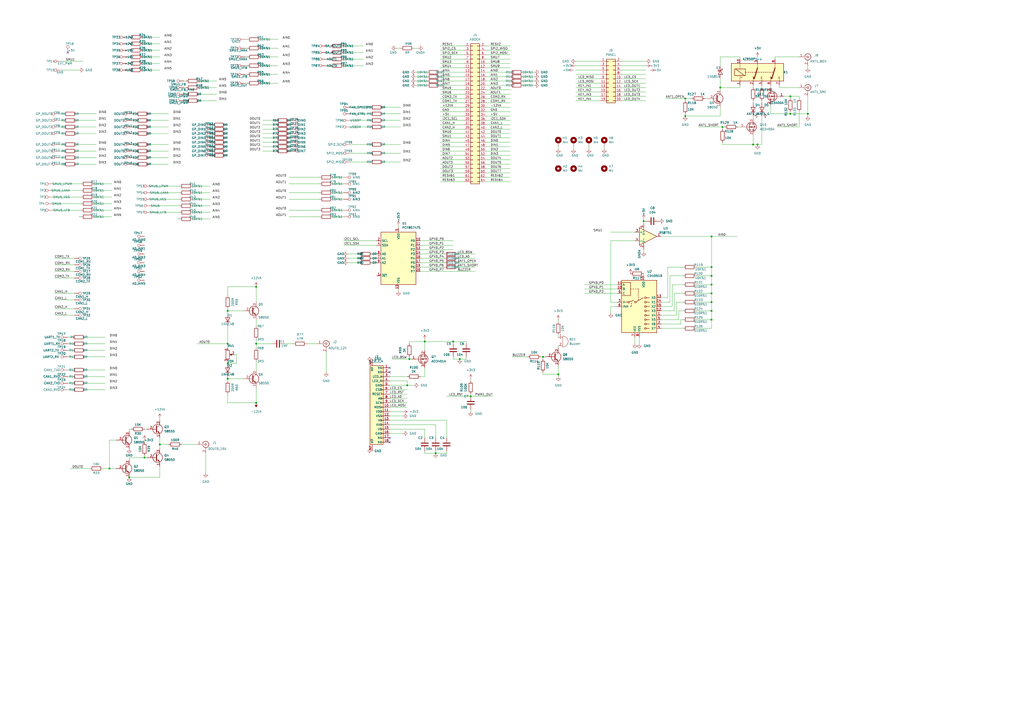
<source format=kicad_sch>
(kicad_sch (version 20211123) (generator eeschema)
  (paper "A2")
  (lib_symbols
    (symbol "Amplifier_Operational:ADA4610-1xRJ" (pin_names (offset 0.127))
      (property "Reference" "U" (at -1.27 6.35 0))
      (property "Value" "ADA4610-1xRJ" (at -1.27 3.81 0))
      (symbol "ADA4610-1xRJ_0_1"
        (pin power_in line (at -2.54 -7.62 90) (length 3.81) (name "V-") (number "2"))
        (pin power_in line (at -2.54 7.62 270) (length 3.81) (name "V+") (number "5"))
      )
      (symbol "ADA4610-1xRJ_1_1"
        (pin output line (at 7.62 0 180) (length 2.54) (name "~") (number "1"))
        (pin input line (at -7.62 2.54 0) (length 2.54) (name "+") (number "3"))
        (pin input line (at -7.62 -2.54 0) (length 2.54) (name "-") (number "4"))
      )
    )
    (symbol "Analog_Switch:CD4051B"
      (property "Reference" "U" (at -10.16 16.51 0))
      (property "Value" "CD4051B" (at 3.81 16.51 0))
      (symbol "CD4051B_1_1"
        (pin bidirectional line (at 12.7 -5.08 180) (length 2.54) (name "X4") (number "1"))
        (pin input line (at -12.7 10.16 0) (length 2.54) (name "B") (number "10"))
        (pin input line (at -12.7 12.7 0) (length 2.54) (name "A") (number "11"))
        (pin bidirectional line (at 12.7 -2.54 180) (length 2.54) (name "X3") (number "12"))
        (pin bidirectional line (at 12.7 5.08 180) (length 2.54) (name "X0") (number "13"))
        (pin bidirectional line (at 12.7 2.54 180) (length 2.54) (name "X1") (number "14"))
        (pin bidirectional line (at 12.7 0 180) (length 2.54) (name "X2") (number "15"))
        (pin power_in line (at 2.54 17.78 270) (length 2.54) (name "VDD") (number "16"))
        (pin bidirectional line (at 12.7 -10.16 180) (length 2.54) (name "X6") (number "2"))
        (pin bidirectional line (at -12.7 2.54 0) (length 2.54) (name "X") (number "3"))
        (pin bidirectional line (at 12.7 -12.7 180) (length 2.54) (name "X7") (number "4"))
        (pin bidirectional line (at 12.7 -7.62 180) (length 2.54) (name "X5") (number "5"))
        (pin input line (at -12.7 0 0) (length 2.54) (name "INH") (number "6"))
        (pin power_in line (at -2.54 -17.78 90) (length 2.54) (name "VEE") (number "7"))
        (pin power_in line (at 0 -17.78 90) (length 2.54) (name "VSS") (number "8"))
        (pin input line (at -12.7 7.62 0) (length 2.54) (name "C") (number "9"))
      )
    )
    (symbol "Connector:Conn_Coaxial" (pin_names (offset 1.016) hide)
      (property "Reference" "J" (at 0.254 3.048 0))
      (property "Value" "Conn_Coaxial" (at 2.921 0 90))
      (symbol "Conn_Coaxial_1_1"
        (pin passive line (at -5.08 0 0) (length 2.54) (name "In") (number "1"))
        (pin passive line (at 0 -5.08 90) (length 2.54) (name "Ext") (number "2"))
      )
    )
    (symbol "Connector:TestPoint" (pin_numbers hide) (pin_names (offset 0.762) hide)
      (property "Reference" "TP" (at 0 6.858 0))
      (property "Value" "TestPoint" (at 0 5.08 0))
      (symbol "TestPoint_1_1"
        (pin passive line (at 0 0 90) (length 2.54) (name "1") (number "1"))
      )
    )
    (symbol "Connector_Generic:Conn_02x10_Odd_Even" (pin_names (offset 1.016) hide)
      (property "Reference" "J" (at 1.27 12.7 0))
      (property "Value" "Conn_02x10_Odd_Even" (at 1.27 -15.24 0))
      (symbol "Conn_02x10_Odd_Even_1_1"
        (pin passive line (at -5.08 10.16 0) (length 3.81) (name "Pin_1") (number "1"))
        (pin passive line (at 7.62 0 180) (length 3.81) (name "Pin_10") (number "10"))
        (pin passive line (at -5.08 -2.54 0) (length 3.81) (name "Pin_11") (number "11"))
        (pin passive line (at 7.62 -2.54 180) (length 3.81) (name "Pin_12") (number "12"))
        (pin passive line (at -5.08 -5.08 0) (length 3.81) (name "Pin_13") (number "13"))
        (pin passive line (at 7.62 -5.08 180) (length 3.81) (name "Pin_14") (number "14"))
        (pin passive line (at -5.08 -7.62 0) (length 3.81) (name "Pin_15") (number "15"))
        (pin passive line (at 7.62 -7.62 180) (length 3.81) (name "Pin_16") (number "16"))
        (pin passive line (at -5.08 -10.16 0) (length 3.81) (name "Pin_17") (number "17"))
        (pin passive line (at 7.62 -10.16 180) (length 3.81) (name "Pin_18") (number "18"))
        (pin passive line (at -5.08 -12.7 0) (length 3.81) (name "Pin_19") (number "19"))
        (pin passive line (at 7.62 10.16 180) (length 3.81) (name "Pin_2") (number "2"))
        (pin passive line (at 7.62 -12.7 180) (length 3.81) (name "Pin_20") (number "20"))
        (pin passive line (at -5.08 7.62 0) (length 3.81) (name "Pin_3") (number "3"))
        (pin passive line (at 7.62 7.62 180) (length 3.81) (name "Pin_4") (number "4"))
        (pin passive line (at -5.08 5.08 0) (length 3.81) (name "Pin_5") (number "5"))
        (pin passive line (at 7.62 5.08 180) (length 3.81) (name "Pin_6") (number "6"))
        (pin passive line (at -5.08 2.54 0) (length 3.81) (name "Pin_7") (number "7"))
        (pin passive line (at 7.62 2.54 180) (length 3.81) (name "Pin_8") (number "8"))
        (pin passive line (at -5.08 0 0) (length 3.81) (name "Pin_9") (number "9"))
      )
    )
    (symbol "Connector_Generic:Conn_02x32_Odd_Even" (pin_names (offset 1.016) hide)
      (property "Reference" "J" (at 1.27 40.64 0))
      (property "Value" "Conn_02x32_Odd_Even" (at 1.27 -43.18 0))
      (symbol "Conn_02x32_Odd_Even_1_1"
        (pin passive line (at -5.08 38.1 0) (length 3.81) (name "Pin_1") (number "1"))
        (pin passive line (at 7.62 27.94 180) (length 3.81) (name "Pin_10") (number "10"))
        (pin passive line (at -5.08 25.4 0) (length 3.81) (name "Pin_11") (number "11"))
        (pin passive line (at 7.62 25.4 180) (length 3.81) (name "Pin_12") (number "12"))
        (pin passive line (at -5.08 22.86 0) (length 3.81) (name "Pin_13") (number "13"))
        (pin passive line (at 7.62 22.86 180) (length 3.81) (name "Pin_14") (number "14"))
        (pin passive line (at -5.08 20.32 0) (length 3.81) (name "Pin_15") (number "15"))
        (pin passive line (at 7.62 20.32 180) (length 3.81) (name "Pin_16") (number "16"))
        (pin passive line (at -5.08 17.78 0) (length 3.81) (name "Pin_17") (number "17"))
        (pin passive line (at 7.62 17.78 180) (length 3.81) (name "Pin_18") (number "18"))
        (pin passive line (at -5.08 15.24 0) (length 3.81) (name "Pin_19") (number "19"))
        (pin passive line (at 7.62 38.1 180) (length 3.81) (name "Pin_2") (number "2"))
        (pin passive line (at 7.62 15.24 180) (length 3.81) (name "Pin_20") (number "20"))
        (pin passive line (at -5.08 12.7 0) (length 3.81) (name "Pin_21") (number "21"))
        (pin passive line (at 7.62 12.7 180) (length 3.81) (name "Pin_22") (number "22"))
        (pin passive line (at -5.08 10.16 0) (length 3.81) (name "Pin_23") (number "23"))
        (pin passive line (at 7.62 10.16 180) (length 3.81) (name "Pin_24") (number "24"))
        (pin passive line (at -5.08 7.62 0) (length 3.81) (name "Pin_25") (number "25"))
        (pin passive line (at 7.62 7.62 180) (length 3.81) (name "Pin_26") (number "26"))
        (pin passive line (at -5.08 5.08 0) (length 3.81) (name "Pin_27") (number "27"))
        (pin passive line (at 7.62 5.08 180) (length 3.81) (name "Pin_28") (number "28"))
        (pin passive line (at -5.08 2.54 0) (length 3.81) (name "Pin_29") (number "29"))
        (pin passive line (at -5.08 35.56 0) (length 3.81) (name "Pin_3") (number "3"))
        (pin passive line (at 7.62 2.54 180) (length 3.81) (name "Pin_30") (number "30"))
        (pin passive line (at -5.08 0 0) (length 3.81) (name "Pin_31") (number "31"))
        (pin passive line (at 7.62 0 180) (length 3.81) (name "Pin_32") (number "32"))
        (pin passive line (at -5.08 -2.54 0) (length 3.81) (name "Pin_33") (number "33"))
        (pin passive line (at 7.62 -2.54 180) (length 3.81) (name "Pin_34") (number "34"))
        (pin passive line (at -5.08 -5.08 0) (length 3.81) (name "Pin_35") (number "35"))
        (pin passive line (at 7.62 -5.08 180) (length 3.81) (name "Pin_36") (number "36"))
        (pin passive line (at -5.08 -7.62 0) (length 3.81) (name "Pin_37") (number "37"))
        (pin passive line (at 7.62 -7.62 180) (length 3.81) (name "Pin_38") (number "38"))
        (pin passive line (at -5.08 -10.16 0) (length 3.81) (name "Pin_39") (number "39"))
        (pin passive line (at 7.62 35.56 180) (length 3.81) (name "Pin_4") (number "4"))
        (pin passive line (at 7.62 -10.16 180) (length 3.81) (name "Pin_40") (number "40"))
        (pin passive line (at -5.08 -12.7 0) (length 3.81) (name "Pin_41") (number "41"))
        (pin passive line (at 7.62 -12.7 180) (length 3.81) (name "Pin_42") (number "42"))
        (pin passive line (at -5.08 -15.24 0) (length 3.81) (name "Pin_43") (number "43"))
        (pin passive line (at 7.62 -15.24 180) (length 3.81) (name "Pin_44") (number "44"))
        (pin passive line (at -5.08 -17.78 0) (length 3.81) (name "Pin_45") (number "45"))
        (pin passive line (at 7.62 -17.78 180) (length 3.81) (name "Pin_46") (number "46"))
        (pin passive line (at -5.08 -20.32 0) (length 3.81) (name "Pin_47") (number "47"))
        (pin passive line (at 7.62 -20.32 180) (length 3.81) (name "Pin_48") (number "48"))
        (pin passive line (at -5.08 -22.86 0) (length 3.81) (name "Pin_49") (number "49"))
        (pin passive line (at -5.08 33.02 0) (length 3.81) (name "Pin_5") (number "5"))
        (pin passive line (at 7.62 -22.86 180) (length 3.81) (name "Pin_50") (number "50"))
        (pin passive line (at -5.08 -25.4 0) (length 3.81) (name "Pin_51") (number "51"))
        (pin passive line (at 7.62 -25.4 180) (length 3.81) (name "Pin_52") (number "52"))
        (pin passive line (at -5.08 -27.94 0) (length 3.81) (name "Pin_53") (number "53"))
        (pin passive line (at 7.62 -27.94 180) (length 3.81) (name "Pin_54") (number "54"))
        (pin passive line (at -5.08 -30.48 0) (length 3.81) (name "Pin_55") (number "55"))
        (pin passive line (at 7.62 -30.48 180) (length 3.81) (name "Pin_56") (number "56"))
        (pin passive line (at -5.08 -33.02 0) (length 3.81) (name "Pin_57") (number "57"))
        (pin passive line (at 7.62 -33.02 180) (length 3.81) (name "Pin_58") (number "58"))
        (pin passive line (at -5.08 -35.56 0) (length 3.81) (name "Pin_59") (number "59"))
        (pin passive line (at 7.62 33.02 180) (length 3.81) (name "Pin_6") (number "6"))
        (pin passive line (at 7.62 -35.56 180) (length 3.81) (name "Pin_60") (number "60"))
        (pin passive line (at -5.08 -38.1 0) (length 3.81) (name "Pin_61") (number "61"))
        (pin passive line (at 7.62 -38.1 180) (length 3.81) (name "Pin_62") (number "62"))
        (pin passive line (at -5.08 -40.64 0) (length 3.81) (name "Pin_63") (number "63"))
        (pin passive line (at 7.62 -40.64 180) (length 3.81) (name "Pin_64") (number "64"))
        (pin passive line (at -5.08 30.48 0) (length 3.81) (name "Pin_7") (number "7"))
        (pin passive line (at 7.62 30.48 180) (length 3.81) (name "Pin_8") (number "8"))
        (pin passive line (at -5.08 27.94 0) (length 3.81) (name "Pin_9") (number "9"))
      )
    )
    (symbol "Device:Buzzer" (pin_names (offset 0.0254) hide)
      (property "Reference" "BZ" (at 3.81 1.27 0))
      (property "Value" "Buzzer" (at 3.81 -1.27 0))
      (symbol "Buzzer_1_1"
        (pin passive line (at -2.54 2.54 0) (length 2.54) (name "-") (number "1"))
        (pin passive line (at -2.54 -2.54 0) (length 2.54) (name "+") (number "2"))
      )
    )
    (symbol "Device:C" (pin_numbers hide) (pin_names (offset 0.254))
      (property "Reference" "C" (at 0.635 2.54 0))
      (property "Value" "C" (at 0.635 -2.54 0))
      (symbol "C_1_1"
        (pin passive line (at 0 3.81 270) (length 2.794) (name "~") (number "1"))
        (pin passive line (at 0 -3.81 90) (length 2.794) (name "~") (number "2"))
      )
    )
    (symbol "Device:LED" (pin_numbers hide) (pin_names (offset 1.016) hide)
      (property "Reference" "D" (at 0 2.54 0))
      (property "Value" "LED" (at 0 -2.54 0))
      (symbol "LED_1_1"
        (pin passive line (at -3.81 0 0) (length 2.54) (name "K") (number "1"))
        (pin passive line (at 3.81 0 180) (length 2.54) (name "A") (number "2"))
      )
    )
    (symbol "Device:R" (pin_numbers hide) (pin_names (offset 0))
      (property "Reference" "R" (at 2.032 0 90))
      (property "Value" "R" (at 0 0 90))
      (symbol "R_1_1"
        (pin passive line (at 0 3.81 270) (length 1.27) (name "~") (number "1"))
        (pin passive line (at 0 -3.81 90) (length 1.27) (name "~") (number "2"))
      )
    )
    (symbol "Device:R_Potentiometer" (pin_names (offset 1.016) hide)
      (property "Reference" "RV" (at -4.445 0 90))
      (property "Value" "R_Potentiometer" (at -2.54 0 90))
      (symbol "R_Potentiometer_1_1"
        (pin passive line (at 0 3.81 270) (length 1.27) (name "1") (number "1"))
        (pin passive line (at 3.81 0 180) (length 1.27) (name "2") (number "2"))
        (pin passive line (at 0 -3.81 90) (length 1.27) (name "3") (number "3"))
      )
    )
    (symbol "Diode:1N4148" (pin_numbers hide) (pin_names (offset 1.016) hide)
      (property "Reference" "D" (at 0 2.54 0))
      (property "Value" "1N4148" (at 0 -2.54 0))
      (symbol "1N4148_1_1"
        (pin passive line (at -3.81 0 0) (length 2.54) (name "K") (number "1"))
        (pin passive line (at 3.81 0 180) (length 2.54) (name "A") (number "2"))
      )
    )
    (symbol "Diode:1N5819" (pin_numbers hide) (pin_names (offset 1.016) hide)
      (property "Reference" "D" (at 0 2.54 0))
      (property "Value" "1N5819" (at 0 -2.54 0))
      (symbol "1N5819_1_1"
        (pin passive line (at -3.81 0 0) (length 2.54) (name "K") (number "1"))
        (pin passive line (at 3.81 0 180) (length 2.54) (name "A") (number "2"))
      )
    )
    (symbol "Interface_Expansion:PCF8574TS"
      (property "Reference" "U" (at -8.89 16.51 0))
      (property "Value" "PCF8574TS" (at 3.81 16.51 0))
      (symbol "PCF8574TS_1_1"
        (pin open_collector output_low (at -12.7 -10.16 0) (length 2.54) (name "~{INT}") (number "1"))
        (pin bidirectional line (at 12.7 10.16 180) (length 2.54) (name "P0") (number "10"))
        (pin bidirectional line (at 12.7 7.62 180) (length 2.54) (name "P1") (number "11"))
        (pin bidirectional line (at 12.7 5.08 180) (length 2.54) (name "P2") (number "12"))
        (pin no_connect line (at -10.16 -5.08 0) (length 2.54) hide (name "NC") (number "13"))
        (pin bidirectional line (at 12.7 2.54 180) (length 2.54) (name "P3") (number "14"))
        (pin power_in line (at 0 -17.78 90) (length 2.54) (name "VSS") (number "15"))
        (pin bidirectional line (at 12.7 0 180) (length 2.54) (name "P4") (number "16"))
        (pin bidirectional line (at 12.7 -2.54 180) (length 2.54) (name "P5") (number "17"))
        (pin no_connect line (at -10.16 -7.62 0) (length 2.54) hide (name "NC") (number "18"))
        (pin bidirectional line (at 12.7 -5.08 180) (length 2.54) (name "P6") (number "19"))
        (pin input line (at -12.7 10.16 0) (length 2.54) (name "SCL") (number "2"))
        (pin bidirectional line (at 12.7 -7.62 180) (length 2.54) (name "P7") (number "20"))
        (pin no_connect line (at 10.16 -10.16 180) (length 2.54) hide (name "NC") (number "3"))
        (pin bidirectional line (at -12.7 7.62 0) (length 2.54) (name "SDA") (number "4"))
        (pin power_in line (at 0 17.78 270) (length 2.54) (name "VDD") (number "5"))
        (pin input line (at -12.7 2.54 0) (length 2.54) (name "A0") (number "6"))
        (pin input line (at -12.7 0 0) (length 2.54) (name "A1") (number "7"))
        (pin no_connect line (at 10.16 -12.7 180) (length 2.54) hide (name "NC") (number "8"))
        (pin input line (at -12.7 -2.54 0) (length 2.54) (name "A2") (number "9"))
      )
    )
    (symbol "Mechanical:MountingHole" (pin_names (offset 1.016))
      (property "Reference" "H" (at 0 5.08 0))
      (property "Value" "MountingHole" (at 0 3.175 0))
    )
    (symbol "Mechanical:MountingHole_Pad" (pin_numbers hide) (pin_names (offset 1.016) hide)
      (property "Reference" "H" (at 0 6.35 0))
      (property "Value" "MountingHole_Pad" (at 0 4.445 0))
      (symbol "MountingHole_Pad_1_1"
        (pin input line (at 0 -2.54 90) (length 2.54) (name "1") (number "1"))
      )
    )
    (symbol "Relay:AZ850P1-x"
      (property "Reference" "K" (at 16.51 3.81 0))
      (property "Value" "AZ850P1-x" (at 16.51 1.27 0))
      (symbol "AZ850P1-x_0_0"
        (text "+" (at -9.271 2.921 0) (effects (font (size 1.27 1.27))))
      )
      (symbol "AZ850P1-x_1_1"
        (pin passive line (at -10.16 7.62 270) (length 2.54) (name "~") (number "1"))
        (pin passive line (at -10.16 -7.62 90) (length 2.54) (name "~") (number "10"))
        (pin passive line (at -2.54 7.62 270) (length 2.54) (name "~") (number "2"))
        (pin passive line (at 0 -7.62 90) (length 2.54) (name "~") (number "3"))
        (pin passive line (at 2.54 7.62 270) (length 2.54) (name "~") (number "4"))
        (pin passive line (at 12.7 7.62 270) (length 2.54) (name "~") (number "7"))
        (pin passive line (at 10.16 -7.62 90) (length 2.54) (name "~") (number "8"))
        (pin passive line (at 7.62 7.62 270) (length 2.54) (name "~") (number "9"))
      )
    )
    (symbol "Transistor_BJT:S8050" (pin_names (offset 0) hide)
      (property "Reference" "Q" (at 5.08 1.905 0))
      (property "Value" "S8050" (at 5.08 0 0))
      (symbol "S8050_1_1"
        (pin passive line (at 2.54 -5.08 90) (length 2.54) (name "E") (number "1"))
        (pin input line (at -5.08 0 0) (length 5.08) (name "B") (number "2"))
        (pin passive line (at 2.54 5.08 270) (length 2.54) (name "C") (number "3"))
      )
    )
    (symbol "Transistor_BJT:S8550" (pin_names (offset 0) hide)
      (property "Reference" "Q" (at 5.08 1.905 0))
      (property "Value" "S8550" (at 5.08 0 0))
      (symbol "S8550_1_1"
        (pin passive line (at 2.54 -5.08 90) (length 2.54) (name "E") (number "1"))
        (pin input line (at -5.08 0 0) (length 5.08) (name "B") (number "2"))
        (pin passive line (at 2.54 5.08 270) (length 2.54) (name "C") (number "3"))
      )
    )
    (symbol "Transistor_FET:AO3400A" (pin_names hide)
      (property "Reference" "Q" (at 5.08 1.905 0))
      (property "Value" "AO3400A" (at 5.08 0 0))
      (symbol "AO3400A_1_1"
        (pin input line (at -5.08 0 0) (length 2.54) (name "G") (number "1"))
        (pin passive line (at 2.54 -5.08 90) (length 2.54) (name "S") (number "2"))
        (pin passive line (at 2.54 5.08 270) (length 2.54) (name "D") (number "3"))
      )
    )
    (symbol "Transistor_FET:AO3401A" (pin_names hide)
      (property "Reference" "Q" (at 5.08 1.905 0))
      (property "Value" "AO3401A" (at 5.08 0 0))
      (symbol "AO3401A_1_1"
        (pin input line (at -5.08 0 0) (length 2.54) (name "G") (number "1"))
        (pin passive line (at 2.54 -5.08 90) (length 2.54) (name "S") (number "2"))
        (pin passive line (at 2.54 5.08 270) (length 2.54) (name "D") (number "3"))
      )
    )
    (symbol "liankest:LCD_1.4"
      (property "Reference" "J" (at 0 22.86 0))
      (property "Value" "LCD_1.4" (at -1.27 -25.4 0))
      (symbol "LCD_1.4_1_1"
        (pin passive line (at -7.62 20.32 0) (length 3.81) (name "NC") (number "1"))
        (pin passive line (at -7.62 -2.54 0) (length 3.81) (name "MOSI") (number "10"))
        (pin passive line (at -7.62 -5.08 0) (length 3.81) (name "VDD") (number "11"))
        (pin passive line (at -7.62 -7.62 0) (length 3.81) (name "VSS") (number "12"))
        (pin passive line (at -7.62 -10.16 0) (length 3.81) (name "V0") (number "13"))
        (pin passive line (at -7.62 -12.7 0) (length 3.81) (name "XV0") (number "14"))
        (pin passive line (at -7.62 -15.24 0) (length 3.81) (name "VG") (number "15"))
        (pin passive line (at -7.62 -17.78 0) (length 3.81) (name "GND") (number "16"))
        (pin passive line (at -7.62 -20.32 0) (length 3.81) (name "NC") (number "17"))
        (pin passive line (at -7.62 -22.86 0) (length 3.81) (name "NC") (number "18"))
        (pin passive line (at -7.62 17.78 0) (length 3.81) (name "NC") (number "2"))
        (pin passive line (at -7.62 15.24 0) (length 3.81) (name "LED_A") (number "3"))
        (pin passive line (at -7.62 12.7 0) (length 3.81) (name "LED_K") (number "4"))
        (pin passive line (at -7.62 10.16 0) (length 3.81) (name "GND") (number "5"))
        (pin passive line (at -7.62 7.62 0) (length 3.81) (name "CSB") (number "6"))
        (pin passive line (at -7.62 5.08 0) (length 3.81) (name "RESET") (number "7"))
        (pin passive line (at -7.62 2.54 0) (length 3.81) (name "A0") (number "8"))
        (pin passive line (at -7.62 0 0) (length 3.81) (name "SCK") (number "9"))
        (pin input line (at 2.54 -27.94 90) (length 3.81) (name "MP") (number "MP"))
        (pin input line (at 2.54 25.4 270) (length 3.81) (name "MP") (number "MP"))
      )
    )
    (symbol "power:+12VA" (power) (pin_names (offset 0))
      (property "Value" "+12VA" (at 0 3.556 0))
      (symbol "+12VA_1_1"
        (pin power_in line (at 0 0 90) (length 0) hide (name "+12VA") (number "1"))
      )
    )
    (symbol "power:+3V3" (power) (pin_names (offset 0))
      (property "Value" "+3V3" (at 0 3.556 0))
      (symbol "+3V3_1_1"
        (pin power_in line (at 0 0 90) (length 0) hide (name "+3V3") (number "1"))
      )
    )
    (symbol "power:+5V" (power) (pin_names (offset 0))
      (property "Value" "+5V" (at 0 3.556 0))
      (symbol "+5V_1_1"
        (pin power_in line (at 0 0 90) (length 0) hide (name "+5V") (number "1"))
      )
    )
    (symbol "power:-12VA" (power) (pin_names (offset 0))
      (property "Value" "-12VA" (at 0 3.556 0))
      (symbol "-12VA_0_0"
        (pin power_in line (at 0 0 90) (length 0) hide (name "-12VA") (number "1"))
      )
    )
    (symbol "power:GND" (power) (pin_names (offset 0))
      (property "Value" "GND" (at 0 -3.81 0))
      (symbol "GND_1_1"
        (pin power_in line (at 0 0 270) (length 0) hide (name "GND") (number "1"))
      )
    )
    (symbol "power:GNDA" (power) (pin_names (offset 0))
      (property "Value" "GNDA" (at 0 -3.81 0))
      (symbol "GNDA_1_1"
        (pin power_in line (at 0 0 270) (length 0) hide (name "GNDA") (number "1"))
      )
    )
  )
  (junction (at 236.22 223.52))
  (junction (at 412.75 137.16))
  (junction (at 246.38 198.12))
  (junction (at 397.51 67.31))
  (junction (at 397.51 57.15))
  (junction (at 74.93 276.86))
  (junction (at 412.75 165.1))
  (junction (at 148.59 199.39))
  (junction (at 419.1 73.66))
  (junction (at 412.75 185.42))
  (junction (at 262.89 198.12))
  (junction (at 412.75 170.18))
  (junction (at 92.71 257.81))
  (junction (at 412.75 154.94))
  (junction (at 148.59 233.68))
  (junction (at 458.47 55.88))
  (junction (at 417.83 50.8))
  (junction (at 373.38 128.27))
  (junction (at 412.75 160.02))
  (junction (at 83.82 265.43))
  (junction (at 148.59 166.37))
  (junction (at 273.05 229.87))
  (junction (at 439.42 83.82))
  (junction (at 63.5 271.78))
  (junction (at 132.08 180.34))
  (junction (at 132.08 210.82))
  (junction (at 458.47 66.04))
  (junction (at 252.73 262.89))
  (junction (at 132.08 199.39))
  (junction (at 132.08 219.71))
  (junction (at 323.85 217.17))
  (junction (at 266.7 208.28))
  (junction (at 237.49 208.28))
  (junction (at 468.63 66.04))
  (junction (at 412.75 175.26))
  (junction (at 412.75 180.34))
  (junction (at 314.96 207.01))
  (junction (at 436.88 83.82))
  (no_connect (at 39.37 30.48))
  (no_connect (at 226.06 256.54))
  (no_connect (at 226.06 254))
  (no_connect (at 226.06 215.9))
  (no_connect (at 226.06 213.36))
  (wire (pts (xy 34.29 73.66) (xy 36.83 73.66)))
  (wire (pts (xy 83.82 248.92) (xy 85.09 248.92)))
  (wire (pts (xy 403.86 190.5) (xy 412.75 190.5)))
  (wire (pts (xy 403.86 160.02) (xy 412.75 160.02)))
  (wire (pts (xy 31.75 157.48) (xy 43.18 157.48)))
  (wire (pts (xy 199.39 142.24) (xy 218.44 142.24)))
  (wire (pts (xy 387.35 154.94) (xy 396.24 154.94)))
  (wire (pts (xy 189.23 34.29) (xy 191.77 34.29)))
  (wire (pts (xy 247.65 41.91) (xy 241.3 41.91)))
  (wire (pts (xy 73.66 21.59) (xy 74.93 21.59)))
  (wire (pts (xy 243.84 142.24) (xy 262.89 142.24)))
  (wire (pts (xy 193.04 102.87) (xy 199.39 102.87)))
  (wire (pts (xy 281.94 26.67) (xy 295.91 26.67)))
  (wire (pts (xy 468.63 66.04) (xy 468.63 67.31)))
  (wire (pts (xy 54.61 125.73) (xy 64.77 125.73)))
  (wire (pts (xy 106.68 50.8) (xy 107.95 50.8)))
  (wire (pts (xy 115.57 50.8) (xy 125.73 50.8)))
  (wire (pts (xy 339.09 170.18) (xy 358.14 170.18)))
  (wire (pts (xy 185.42 102.87) (xy 167.64 102.87)))
  (wire (pts (xy 49.53 203.2) (xy 60.96 203.2)))
  (wire (pts (xy 231.14 167.64) (xy 231.14 168.91)))
  (wire (pts (xy 148.59 199.39) (xy 157.48 199.39)))
  (wire (pts (xy 49.53 199.39) (xy 60.96 199.39)))
  (wire (pts (xy 397.51 57.15) (xy 401.32 57.15)))
  (wire (pts (xy 92.71 257.81) (xy 92.71 260.35)))
  (wire (pts (xy 222.25 69.85) (xy 232.41 69.85)))
  (wire (pts (xy 222.25 62.23) (xy 232.41 62.23)))
  (wire (pts (xy 85.09 265.43) (xy 83.82 265.43)))
  (wire (pts (xy 215.9 147.32) (xy 218.44 147.32)))
  (wire (pts (xy 199.39 30.48) (xy 210.82 30.48)))
  (wire (pts (xy 132.08 189.23) (xy 132.08 199.39)))
  (wire (pts (xy 201.93 149.86) (xy 208.28 149.86)))
  (wire (pts (xy 255.27 80.01) (xy 269.24 80.01)))
  (wire (pts (xy 273.05 237.49) (xy 273.05 238.76)))
  (wire (pts (xy 458.47 66.04) (xy 468.63 66.04)))
  (wire (pts (xy 383.54 172.72) (xy 387.35 172.72)))
  (wire (pts (xy 303.53 44.45) (xy 309.88 44.45)))
  (wire (pts (xy 429.26 33.02) (xy 429.26 34.29)))
  (wire (pts (xy 339.09 167.64) (xy 358.14 167.64)))
  (wire (pts (xy 39.37 195.58) (xy 41.91 195.58)))
  (wire (pts (xy 262.89 208.28) (xy 266.7 208.28)))
  (wire (pts (xy 447.04 66.04) (xy 458.47 66.04)))
  (wire (pts (xy 167.64 82.55) (xy 168.91 82.55)))
  (wire (pts (xy 458.47 55.88) (xy 463.55 55.88)))
  (wire (pts (xy 148.59 199.39) (xy 148.59 201.93)))
  (wire (pts (xy 246.38 218.44) (xy 243.84 218.44)))
  (wire (pts (xy 40.64 271.78) (xy 52.07 271.78)))
  (wire (pts (xy 226.06 233.68) (xy 236.22 233.68)))
  (wire (pts (xy 463.55 73.66) (xy 450.85 73.66)))
  (wire (pts (xy 334.01 45.72) (xy 347.98 45.72)))
  (wire (pts (xy 82.55 21.59) (xy 92.71 21.59)))
  (wire (pts (xy 255.27 54.61) (xy 269.24 54.61)))
  (wire (pts (xy 142.24 27.94) (xy 143.51 27.94)))
  (wire (pts (xy 392.43 175.26) (xy 396.24 175.26)))
  (wire (pts (xy 236.22 223.52) (xy 240.03 223.52)))
  (wire (pts (xy 76.2 69.85) (xy 78.74 69.85)))
  (wire (pts (xy 237.49 207.01) (xy 237.49 208.28)))
  (wire (pts (xy 265.43 147.32) (xy 275.59 147.32)))
  (wire (pts (xy 360.68 45.72) (xy 374.65 45.72)))
  (wire (pts (xy 360.68 43.18) (xy 374.65 43.18)))
  (wire (pts (xy 102.87 127) (xy 104.14 127)))
  (wire (pts (xy 86.36 87.63) (xy 97.79 87.63)))
  (wire (pts (xy 167.64 74.93) (xy 168.91 74.93)))
  (wire (pts (xy 45.72 125.73) (xy 46.99 125.73)))
  (wire (pts (xy 334.01 38.1) (xy 347.98 38.1)))
  (wire (pts (xy 132.08 199.39) (xy 132.08 201.93)))
  (wire (pts (xy 92.71 242.57) (xy 92.71 243.84)))
  (wire (pts (xy 152.4 77.47) (xy 160.02 77.47)))
  (wire (pts (xy 243.84 144.78) (xy 262.89 144.78)))
  (wire (pts (xy 255.27 74.93) (xy 269.24 74.93)))
  (wire (pts (xy 266.7 208.28) (xy 270.51 208.28)))
  (wire (pts (xy 189.23 30.48) (xy 191.77 30.48)))
  (wire (pts (xy 255.27 97.79) (xy 269.24 97.79)))
  (wire (pts (xy 76.2 91.44) (xy 78.74 91.44)))
  (wire (pts (xy 30.48 121.92) (xy 46.99 121.92)))
  (wire (pts (xy 247.65 44.45) (xy 241.3 44.45)))
  (wire (pts (xy 222.25 66.04) (xy 232.41 66.04)))
  (wire (pts (xy 132.08 171.45) (xy 132.08 166.37)))
  (wire (pts (xy 44.45 83.82) (xy 55.88 83.82)))
  (wire (pts (xy 368.3 134.62) (xy 354.33 134.62)))
  (wire (pts (xy 255.27 49.53) (xy 269.24 49.53)))
  (wire (pts (xy 226.06 246.38) (xy 252.73 246.38)))
  (wire (pts (xy 92.71 254) (xy 92.71 257.81)))
  (wire (pts (xy 313.69 207.01) (xy 314.96 207.01)))
  (wire (pts (xy 255.27 87.63) (xy 269.24 87.63)))
  (wire (pts (xy 130.81 90.17) (xy 132.08 90.17)))
  (wire (pts (xy 403.86 154.94) (xy 412.75 154.94)))
  (wire (pts (xy 373.38 158.75) (xy 373.38 160.02)))
  (wire (pts (xy 185.42 106.68) (xy 167.64 106.68)))
  (wire (pts (xy 392.43 182.88) (xy 392.43 175.26)))
  (wire (pts (xy 152.4 72.39) (xy 160.02 72.39)))
  (wire (pts (xy 137.16 205.74) (xy 137.16 210.82)))
  (wire (pts (xy 360.68 35.56) (xy 374.65 35.56)))
  (wire (pts (xy 215.9 152.4) (xy 218.44 152.4)))
  (wire (pts (xy 463.55 64.77) (xy 463.55 73.66)))
  (wire (pts (xy 87.63 115.57) (xy 104.14 115.57)))
  (wire (pts (xy 281.94 105.41) (xy 295.91 105.41)))
  (wire (pts (xy 226.06 223.52) (xy 236.22 223.52)))
  (wire (pts (xy 76.2 66.04) (xy 78.74 66.04)))
  (wire (pts (xy 360.68 50.8) (xy 374.65 50.8)))
  (wire (pts (xy 237.49 198.12) (xy 237.49 199.39)))
  (wire (pts (xy 412.75 160.02) (xy 412.75 165.1)))
  (wire (pts (xy 111.76 111.76) (xy 121.92 111.76)))
  (wire (pts (xy 383.54 185.42) (xy 393.7 185.42)))
  (wire (pts (xy 383.54 190.5) (xy 396.24 190.5)))
  (wire (pts (xy 270.51 208.28) (xy 270.51 207.01)))
  (wire (pts (xy 255.27 44.45) (xy 269.24 44.45)))
  (wire (pts (xy 412.75 165.1) (xy 412.75 170.18)))
  (wire (pts (xy 119.38 262.89) (xy 119.38 274.32)))
  (wire (pts (xy 303.53 49.53) (xy 309.88 49.53)))
  (wire (pts (xy 391.16 180.34) (xy 391.16 170.18)))
  (wire (pts (xy 130.81 74.93) (xy 132.08 74.93)))
  (wire (pts (xy 31.75 170.18) (xy 43.18 170.18)))
  (wire (pts (xy 152.4 80.01) (xy 160.02 80.01)))
  (wire (pts (xy 373.38 127) (xy 373.38 128.27)))
  (wire (pts (xy 393.7 185.42) (xy 393.7 180.34)))
  (wire (pts (xy 323.85 194.31) (xy 323.85 195.58)))
  (wire (pts (xy 111.76 127) (xy 121.92 127)))
  (wire (pts (xy 76.2 73.66) (xy 78.74 73.66)))
  (wire (pts (xy 339.09 165.1) (xy 358.14 165.1)))
  (wire (pts (xy 259.08 229.87) (xy 273.05 229.87)))
  (wire (pts (xy 49.53 218.44) (xy 60.96 218.44)))
  (wire (pts (xy 297.18 207.01) (xy 306.07 207.01)))
  (wire (pts (xy 394.97 187.96) (xy 394.97 185.42)))
  (wire (pts (xy 243.84 149.86) (xy 257.81 149.86)))
  (wire (pts (xy 323.85 200.66) (xy 323.85 201.93)))
  (wire (pts (xy 215.9 149.86) (xy 218.44 149.86)))
  (wire (pts (xy 132.08 218.44) (xy 132.08 219.71)))
  (wire (pts (xy 39.37 226.06) (xy 41.91 226.06)))
  (wire (pts (xy 281.94 102.87) (xy 295.91 102.87)))
  (wire (pts (xy 259.08 262.89) (xy 252.73 262.89)))
  (wire (pts (xy 185.42 115.57) (xy 167.64 115.57)))
  (wire (pts (xy 383.54 137.16) (xy 412.75 137.16)))
  (wire (pts (xy 83.82 255.27) (xy 83.82 256.54)))
  (wire (pts (xy 87.63 123.19) (xy 104.14 123.19)))
  (wire (pts (xy 115.57 58.42) (xy 125.73 58.42)))
  (wire (pts (xy 132.08 166.37) (xy 148.59 166.37)))
  (wire (pts (xy 246.38 198.12) (xy 262.89 198.12)))
  (wire (pts (xy 458.47 64.77) (xy 458.47 66.04)))
  (wire (pts (xy 30.48 114.3) (xy 46.99 114.3)))
  (wire (pts (xy 135.89 205.74) (xy 137.16 205.74)))
  (wire (pts (xy 252.73 246.38) (xy 252.73 254)))
  (wire (pts (xy 323.85 212.09) (xy 323.85 217.17)))
  (wire (pts (xy 86.36 69.85) (xy 97.79 69.85)))
  (wire (pts (xy 229.87 27.94) (xy 232.41 27.94)))
  (wire (pts (xy 262.89 207.01) (xy 262.89 208.28)))
  (wire (pts (xy 403.86 185.42) (xy 412.75 185.42)))
  (wire (pts (xy 252.73 262.89) (xy 246.38 262.89)))
  (wire (pts (xy 281.94 52.07) (xy 295.91 52.07)))
  (wire (pts (xy 226.06 220.98) (xy 236.22 220.98)))
  (wire (pts (xy 394.97 185.42) (xy 396.24 185.42)))
  (wire (pts (xy 373.38 144.78) (xy 373.38 146.05)))
  (wire (pts (xy 436.88 83.82) (xy 436.88 78.74)))
  (wire (pts (xy 246.38 196.85) (xy 246.38 198.12)))
  (wire (pts (xy 76.2 87.63) (xy 78.74 87.63)))
  (wire (pts (xy 334.01 55.88) (xy 347.98 55.88)))
  (wire (pts (xy 303.53 46.99) (xy 309.88 46.99)))
  (wire (pts (xy 323.85 217.17) (xy 323.85 218.44)))
  (wire (pts (xy 199.39 139.7) (xy 218.44 139.7)))
  (wire (pts (xy 281.94 44.45) (xy 295.91 44.45)))
  (wire (pts (xy 281.94 54.61) (xy 295.91 54.61)))
  (wire (pts (xy 436.88 83.82) (xy 419.1 83.82)))
  (wire (pts (xy 255.27 85.09) (xy 269.24 85.09)))
  (wire (pts (xy 281.94 100.33) (xy 295.91 100.33)))
  (wire (pts (xy 255.27 62.23) (xy 269.24 62.23)))
  (wire (pts (xy 403.86 165.1) (xy 412.75 165.1)))
  (wire (pts (xy 111.76 119.38) (xy 121.92 119.38)))
  (wire (pts (xy 165.1 199.39) (xy 170.18 199.39)))
  (wire (pts (xy 167.64 85.09) (xy 168.91 85.09)))
  (wire (pts (xy 130.81 80.01) (xy 132.08 80.01)))
  (wire (pts (xy 35.56 35.56) (xy 48.26 35.56)))
  (wire (pts (xy 334.01 35.56) (xy 347.98 35.56)))
  (wire (pts (xy 281.94 67.31) (xy 295.91 67.31)))
  (wire (pts (xy 44.45 69.85) (xy 55.88 69.85)))
  (wire (pts (xy 237.49 208.28) (xy 238.76 208.28)))
  (wire (pts (xy 468.63 38.1) (xy 468.63 39.37)))
  (wire (pts (xy 441.96 49.53) (xy 441.96 50.8)))
  (wire (pts (xy 255.27 41.91) (xy 269.24 41.91)))
  (wire (pts (xy 383.54 182.88) (xy 392.43 182.88)))
  (wire (pts (xy 243.84 139.7) (xy 262.89 139.7)))
  (wire (pts (xy 452.12 50.8) (xy 463.55 50.8)))
  (wire (pts (xy 54.61 106.68) (xy 64.77 106.68)))
  (wire (pts (xy 281.94 72.39) (xy 295.91 72.39)))
  (wire (pts (xy 383.54 175.26) (xy 388.62 175.26)))
  (wire (pts (xy 436.88 67.31) (xy 436.88 68.58)))
  (wire (pts (xy 360.68 38.1) (xy 374.65 38.1)))
  (wire (pts (xy 388.62 160.02) (xy 396.24 160.02)))
  (wire (pts (xy 454.66 55.88) (xy 458.47 55.88)))
  (wire (pts (xy 82.55 29.21) (xy 92.71 29.21)))
  (wire (pts (xy 439.42 83.82) (xy 441.96 83.82)))
  (wire (pts (xy 383.54 180.34) (xy 391.16 180.34)))
  (wire (pts (xy 281.94 95.25) (xy 295.91 95.25)))
  (wire (pts (xy 203.2 83.82) (xy 214.63 83.82)))
  (wire (pts (xy 226.06 238.76) (xy 233.68 238.76)))
  (wire (pts (xy 354.33 139.7) (xy 368.3 139.7)))
  (wire (pts (xy 281.94 49.53) (xy 295.91 49.53)))
  (wire (pts (xy 49.53 214.63) (xy 60.96 214.63)))
  (wire (pts (xy 408.94 57.15) (xy 410.21 57.15)))
  (wire (pts (xy 259.08 261.62) (xy 259.08 262.89)))
  (wire (pts (xy 226.06 241.3) (xy 233.68 241.3)))
  (wire (pts (xy 281.94 90.17) (xy 295.91 90.17)))
  (wire (pts (xy 193.04 125.73) (xy 199.39 125.73)))
  (wire (pts (xy 255.27 34.29) (xy 269.24 34.29)))
  (wire (pts (xy 412.75 137.16) (xy 412.75 154.94)))
  (wire (pts (xy 303.53 41.91) (xy 309.88 41.91)))
  (wire (pts (xy 63.5 271.78) (xy 67.31 271.78)))
  (wire (pts (xy 115.57 46.99) (xy 125.73 46.99)))
  (wire (pts (xy 151.13 38.1) (xy 161.29 38.1)))
  (wire (pts (xy 185.42 125.73) (xy 167.64 125.73)))
  (wire (pts (xy 82.55 36.83) (xy 92.71 36.83)))
  (wire (pts (xy 130.81 87.63) (xy 132.08 87.63)))
  (wire (pts (xy 34.29 69.85) (xy 36.83 69.85)))
  (wire (pts (xy 49.53 207.01) (xy 60.96 207.01)))
  (wire (pts (xy 334.01 40.64) (xy 347.98 40.64)))
  (wire (pts (xy 281.94 69.85) (xy 295.91 69.85)))
  (wire (pts (xy 255.27 100.33) (xy 269.24 100.33)))
  (wire (pts (xy 74.93 248.92) (xy 74.93 250.19)))
  (wire (pts (xy 83.82 265.43) (xy 74.93 265.43)))
  (wire (pts (xy 130.81 82.55) (xy 132.08 82.55)))
  (wire (pts (xy 39.37 207.01) (xy 41.91 207.01)))
  (wire (pts (xy 255.27 72.39) (xy 269.24 72.39)))
  (wire (pts (xy 397.51 57.15) (xy 397.51 58.42)))
  (wire (pts (xy 193.04 115.57) (xy 199.39 115.57)))
  (wire (pts (xy 255.27 92.71) (xy 269.24 92.71)))
  (wire (pts (xy 419.1 73.66) (xy 420.37 73.66)))
  (wire (pts (xy 82.55 40.64) (xy 92.71 40.64)))
  (wire (pts (xy 86.36 95.25) (xy 97.79 95.25)))
  (wire (pts (xy 189.23 26.67) (xy 191.77 26.67)))
  (wire (pts (xy 130.81 77.47) (xy 132.08 77.47)))
  (wire (pts (xy 332.74 85.09) (xy 332.74 86.36)))
  (wire (pts (xy 240.03 27.94) (xy 242.57 27.94)))
  (wire (pts (xy 30.48 110.49) (xy 46.99 110.49)))
  (wire (pts (xy 39.37 203.2) (xy 41.91 203.2)))
  (wire (pts (xy 273.05 219.71) (xy 273.05 220.98)))
  (wire (pts (xy 34.29 77.47) (xy 36.83 77.47)))
  (wire (pts (xy 252.73 261.62) (xy 252.73 262.89)))
  (wire (pts (xy 31.75 179.07) (xy 43.18 179.07)))
  (wire (pts (xy 67.31 255.27) (xy 63.5 255.27)))
  (wire (pts (xy 86.36 83.82) (xy 97.79 83.82)))
  (wire (pts (xy 74.93 248.92) (xy 76.2 248.92)))
  (wire (pts (xy 393.7 180.34) (xy 396.24 180.34)))
  (wire (pts (xy 419.1 73.66) (xy 419.1 74.93)))
  (wire (pts (xy 201.93 152.4) (xy 208.28 152.4)))
  (wire (pts (xy 281.94 82.55) (xy 295.91 82.55)))
  (wire (pts (xy 199.39 34.29) (xy 210.82 34.29)))
  (wire (pts (xy 334.01 53.34) (xy 347.98 53.34)))
  (wire (pts (xy 231.14 130.81) (xy 231.14 132.08)))
  (wire (pts (xy 73.66 25.4) (xy 74.93 25.4)))
  (wire (pts (xy 151.13 33.02) (xy 161.29 33.02)))
  (wire (pts (xy 360.68 53.34) (xy 374.65 53.34)))
  (wire (pts (xy 417.83 67.31) (xy 397.51 67.31)))
  (wire (pts (xy 132.08 179.07) (xy 132.08 180.34)))
  (wire (pts (xy 86.36 77.47) (xy 97.79 77.47)))
  (wire (pts (xy 49.53 222.25) (xy 60.96 222.25)))
  (wire (pts (xy 281.94 34.29) (xy 295.91 34.29)))
  (wire (pts (xy 226.06 251.46) (xy 233.68 251.46)))
  (wire (pts (xy 106.68 54.61) (xy 107.95 54.61)))
  (wire (pts (xy 111.76 107.95) (xy 121.92 107.95)))
  (wire (pts (xy 281.94 87.63) (xy 295.91 87.63)))
  (wire (pts (xy 314.96 217.17) (xy 323.85 217.17)))
  (wire (pts (xy 281.94 80.01) (xy 295.91 80.01)))
  (wire (pts (xy 111.76 123.19) (xy 121.92 123.19)))
  (wire (pts (xy 148.59 166.37) (xy 148.59 175.26)))
  (wire (pts (xy 54.61 121.92) (xy 64.77 121.92)))
  (wire (pts (xy 436.88 49.53) (xy 436.88 50.8)))
  (wire (pts (xy 354.33 177.8) (xy 354.33 181.61)))
  (wire (pts (xy 334.01 58.42) (xy 347.98 58.42)))
  (wire (pts (xy 203.2 69.85) (xy 214.63 69.85)))
  (wire (pts (xy 44.45 73.66) (xy 55.88 73.66)))
  (wire (pts (xy 243.84 154.94) (xy 257.81 154.94)))
  (wire (pts (xy 86.36 73.66) (xy 97.79 73.66)))
  (wire (pts (xy 203.2 62.23) (xy 214.63 62.23)))
  (wire (pts (xy 151.13 43.18) (xy 161.29 43.18)))
  (wire (pts (xy 193.04 121.92) (xy 199.39 121.92)))
  (wire (pts (xy 76.2 83.82) (xy 78.74 83.82)))
  (wire (pts (xy 199.39 38.1) (xy 210.82 38.1)))
  (wire (pts (xy 167.64 69.85) (xy 168.91 69.85)))
  (wire (pts (xy 262.89 198.12) (xy 270.51 198.12)))
  (wire (pts (xy 262.89 198.12) (xy 262.89 199.39)))
  (wire (pts (xy 334.01 50.8) (xy 347.98 50.8)))
  (wire (pts (xy 255.27 82.55) (xy 269.24 82.55)))
  (wire (pts (xy 354.33 175.26) (xy 354.33 139.7)))
  (wire (pts (xy 34.29 83.82) (xy 36.83 83.82)))
  (wire (pts (xy 386.08 57.15) (xy 397.51 57.15)))
  (wire (pts (xy 31.75 149.86) (xy 43.18 149.86)))
  (wire (pts (xy 360.68 40.64) (xy 374.65 40.64)))
  (wire (pts (xy 132.08 219.71) (xy 132.08 220.98)))
  (wire (pts (xy 358.14 175.26) (xy 354.33 175.26)))
  (wire (pts (xy 405.13 73.66) (xy 419.1 73.66)))
  (wire (pts (xy 92.71 257.81) (xy 97.79 257.81)))
  (wire (pts (xy 463.55 33.02) (xy 449.58 33.02)))
  (wire (pts (xy 132.08 180.34) (xy 140.97 180.34)))
  (wire (pts (xy 383.54 177.8) (xy 389.89 177.8)))
  (wire (pts (xy 427.99 73.66) (xy 429.26 73.66)))
  (wire (pts (xy 449.58 33.02) (xy 449.58 34.29)))
  (wire (pts (xy 152.4 87.63) (xy 160.02 87.63)))
  (wire (pts (xy 222.25 88.9) (xy 232.41 88.9)))
  (wire (pts (xy 468.63 55.88) (xy 468.63 66.04)))
  (wire (pts (xy 44.45 91.44) (xy 55.88 91.44)))
  (wire (pts (xy 151.13 48.26) (xy 161.29 48.26)))
  (wire (pts (xy 87.63 119.38) (xy 104.14 119.38)))
  (wire (pts (xy 148.59 209.55) (xy 148.59 214.63)))
  (wire (pts (xy 185.42 111.76) (xy 167.64 111.76)))
  (wire (pts (xy 273.05 228.6) (xy 273.05 229.87)))
  (wire (pts (xy 49.53 226.06) (xy 60.96 226.06)))
  (wire (pts (xy 255.27 57.15) (xy 269.24 57.15)))
  (wire (pts (xy 358.14 177.8) (xy 354.33 177.8)))
  (wire (pts (xy 167.64 72.39) (xy 168.91 72.39)))
  (wire (pts (xy 417.83 50.8) (xy 429.26 50.8)))
  (wire (pts (xy 417.83 50.8) (xy 417.83 52.07)))
  (wire (pts (xy 273.05 229.87) (xy 285.75 229.87)))
  (wire (pts (xy 281.94 92.71) (xy 295.91 92.71)))
  (wire (pts (xy 447.04 49.53) (xy 447.04 50.8)))
  (wire (pts (xy 34.29 87.63) (xy 36.83 87.63)))
  (wire (pts (xy 82.55 33.02) (xy 92.71 33.02)))
  (wire (pts (xy 360.68 48.26) (xy 374.65 48.26)))
  (wire (pts (xy 137.16 210.82) (xy 132.08 210.82)))
  (wire (pts (xy 73.66 36.83) (xy 74.93 36.83)))
  (wire (pts (xy 255.27 36.83) (xy 269.24 36.83)))
  (wire (pts (xy 203.2 88.9) (xy 214.63 88.9)))
  (wire (pts (xy 54.61 110.49) (xy 64.77 110.49)))
  (wire (pts (xy 350.52 85.09) (xy 350.52 86.36)))
  (wire (pts (xy 222.25 83.82) (xy 232.41 83.82)))
  (wire (pts (xy 412.75 170.18) (xy 412.75 175.26)))
  (wire (pts (xy 54.61 118.11) (xy 64.77 118.11)))
  (wire (pts (xy 43.18 161.29) (xy 31.75 161.29)))
  (wire (pts (xy 193.04 106.68) (xy 199.39 106.68)))
  (wire (pts (xy 281.94 64.77) (xy 295.91 64.77)))
  (wire (pts (xy 43.18 182.88) (xy 31.75 182.88)))
  (wire (pts (xy 389.89 165.1) (xy 396.24 165.1)))
  (wire (pts (xy 86.36 66.04) (xy 97.79 66.04)))
  (wire (pts (xy 39.37 214.63) (xy 41.91 214.63)))
  (wire (pts (xy 130.81 72.39) (xy 132.08 72.39)))
  (wire (pts (xy 458.47 55.88) (xy 458.47 57.15)))
  (wire (pts (xy 383.54 187.96) (xy 394.97 187.96)))
  (wire (pts (xy 114.3 199.39) (xy 132.08 199.39)))
  (wire (pts (xy 334.01 48.26) (xy 347.98 48.26)))
  (wire (pts (xy 323.85 85.09) (xy 323.85 86.36)))
  (wire (pts (xy 246.38 198.12) (xy 246.38 203.2)))
  (wire (pts (xy 106.68 58.42) (xy 107.95 58.42)))
  (wire (pts (xy 152.4 85.09) (xy 160.02 85.09)))
  (wire (pts (xy 92.71 276.86) (xy 74.93 276.86)))
  (wire (pts (xy 142.24 48.26) (xy 143.51 48.26)))
  (wire (pts (xy 86.36 91.44) (xy 97.79 91.44)))
  (wire (pts (xy 265.43 154.94) (xy 275.59 154.94)))
  (wire (pts (xy 255.27 64.77) (xy 269.24 64.77)))
  (wire (pts (xy 417.83 38.1) (xy 417.83 33.02)))
  (wire (pts (xy 429.26 49.53) (xy 429.26 50.8)))
  (wire (pts (xy 222.25 73.66) (xy 232.41 73.66)))
  (wire (pts (xy 148.59 196.85) (xy 148.59 199.39)))
  (wire (pts (xy 373.38 128.27) (xy 374.65 128.27)))
  (wire (pts (xy 44.45 77.47) (xy 55.88 77.47)))
  (wire (pts (xy 255.27 59.69) (xy 269.24 59.69)))
  (wire (pts (xy 281.94 77.47) (xy 295.91 77.47)))
  (wire (pts (xy 412.75 175.26) (xy 412.75 180.34)))
  (wire (pts (xy 388.62 175.26) (xy 388.62 160.02)))
  (wire (pts (xy 105.41 257.81) (xy 114.3 257.81)))
  (wire (pts (xy 31.75 153.67) (xy 43.18 153.67)))
  (wire (pts (xy 265.43 152.4) (xy 275.59 152.4)))
  (wire (pts (xy 44.45 66.04) (xy 55.88 66.04)))
  (wire (pts (xy 403.86 180.34) (xy 412.75 180.34)))
  (wire (pts (xy 30.48 106.68) (xy 46.99 106.68)))
  (wire (pts (xy 189.23 38.1) (xy 191.77 38.1)))
  (wire (pts (xy 35.56 40.64) (xy 45.72 40.64)))
  (wire (pts (xy 34.29 66.04) (xy 36.83 66.04)))
  (wire (pts (xy 255.27 31.75) (xy 269.24 31.75)))
  (wire (pts (xy 412.75 185.42) (xy 412.75 190.5)))
  (wire (pts (xy 255.27 90.17) (xy 269.24 90.17)))
  (wire (pts (xy 281.94 36.83) (xy 295.91 36.83)))
  (wire (pts (xy 255.27 105.41) (xy 269.24 105.41)))
  (wire (pts (xy 83.82 264.16) (xy 83.82 265.43)))
  (wire (pts (xy 403.86 170.18) (xy 412.75 170.18)))
  (wire (pts (xy 360.68 55.88) (xy 374.65 55.88)))
  (wire (pts (xy 246.38 248.92) (xy 246.38 254)))
  (wire (pts (xy 373.38 128.27) (xy 373.38 129.54)))
  (wire (pts (xy 439.42 33.02) (xy 439.42 34.29)))
  (wire (pts (xy 76.2 95.25) (xy 78.74 95.25)))
  (wire (pts (xy 73.66 40.64) (xy 74.93 40.64)))
  (wire (pts (xy 151.13 27.94) (xy 161.29 27.94)))
  (wire (pts (xy 270.51 198.12) (xy 270.51 199.39)))
  (wire (pts (xy 281.94 62.23) (xy 295.91 62.23)))
  (wire (pts (xy 368.3 195.58) (xy 368.3 199.39)))
  (wire (pts (xy 436.88 83.82) (xy 439.42 83.82)))
  (wire (pts (xy 177.8 199.39) (xy 184.15 199.39)))
  (wire (pts (xy 73.66 29.21) (xy 74.93 29.21)))
  (wire (pts (xy 255.27 29.21) (xy 269.24 29.21)))
  (wire (pts (xy 412.75 154.94) (xy 412.75 160.02)))
  (wire (pts (xy 370.84 195.58) (xy 370.84 199.39)))
  (wire (pts (xy 226.06 218.44) (xy 236.22 218.44)))
  (wire (pts (xy 360.68 58.42) (xy 374.65 58.42)))
  (wire (pts (xy 226.06 243.84) (xy 259.08 243.84)))
  (wire (pts (xy 227.33 208.28) (xy 237.49 208.28)))
  (wire (pts (xy 281.94 39.37) (xy 295.91 39.37)))
  (wire (pts (xy 281.94 85.09) (xy 295.91 85.09)))
  (wire (pts (xy 314.96 215.9) (xy 314.96 217.17)))
  (wire (pts (xy 148.59 233.68) (xy 148.59 224.79)))
  (wire (pts (xy 87.63 111.76) (xy 104.14 111.76)))
  (wire (pts (xy 185.42 121.92) (xy 167.64 121.92)))
  (wire (pts (xy 255.27 77.47) (xy 269.24 77.47)))
  (wire (pts (xy 106.68 46.99) (xy 107.95 46.99)))
  (wire (pts (xy 76.2 77.47) (xy 78.74 77.47)))
  (wire (pts (xy 203.2 93.98) (xy 214.63 93.98)))
  (wire (pts (xy 387.35 172.72) (xy 387.35 154.94)))
  (wire (pts (xy 226.06 248.92) (xy 246.38 248.92)))
  (wire (pts (xy 243.84 147.32) (xy 257.81 147.32)))
  (wire (pts (xy 447.04 60.96) (xy 447.04 66.04)))
  (wire (pts (xy 92.71 270.51) (xy 92.71 276.86)))
  (wire (pts (xy 167.64 80.01) (xy 168.91 80.01)))
  (wire (pts (xy 412.75 137.16) (xy 427.99 137.16)))
  (wire (pts (xy 115.57 54.61) (xy 125.73 54.61)))
  (wire (pts (xy 167.64 87.63) (xy 168.91 87.63)))
  (wire (pts (xy 74.93 265.43) (xy 74.93 266.7)))
  (wire (pts (xy 152.4 69.85) (xy 160.02 69.85)))
  (wire (pts (xy 132.08 209.55) (xy 132.08 210.82)))
  (wire (pts (xy 54.61 114.3) (xy 64.77 114.3)))
  (wire (pts (xy 31.75 173.99) (xy 43.18 173.99)))
  (wire (pts (xy 246.38 213.36) (xy 246.38 218.44)))
  (wire (pts (xy 44.45 87.63) (xy 55.88 87.63)))
  (wire (pts (xy 132.08 228.6) (xy 132.08 233.68)))
  (wire (pts (xy 203.2 66.04) (xy 214.63 66.04)))
  (wire (pts (xy 323.85 185.42) (xy 323.85 186.69)))
  (wire (pts (xy 199.39 26.67) (xy 210.82 26.67)))
  (wire (pts (xy 452.12 49.53) (xy 452.12 50.8)))
  (wire (pts (xy 417.83 45.72) (xy 417.83 50.8)))
  (wire (pts (xy 397.51 67.31) (xy 397.51 66.04)))
  (wire (pts (xy 39.37 222.25) (xy 41.91 222.25)))
  (wire (pts (xy 132.08 180.34) (xy 132.08 181.61)))
  (wire (pts (xy 255.27 67.31) (xy 269.24 67.31)))
  (wire (pts (xy 151.13 22.86) (xy 161.29 22.86)))
  (wire (pts (xy 281.94 29.21) (xy 295.91 29.21)))
  (wire (pts (xy 463.55 55.88) (xy 463.55 57.15)))
  (wire (pts (xy 255.27 102.87) (xy 269.24 102.87)))
  (wire (pts (xy 73.66 33.02) (xy 74.93 33.02)))
  (wire (pts (xy 132.08 219.71) (xy 140.97 219.71)))
  (wire (pts (xy 281.94 97.79) (xy 295.91 97.79)))
  (wire (pts (xy 142.24 33.02) (xy 143.51 33.02)))
  (wire (pts (xy 82.55 25.4) (xy 92.71 25.4)))
  (wire (pts (xy 246.38 198.12) (xy 237.49 198.12)))
  (wire (pts (xy 222.25 93.98) (xy 232.41 93.98)))
  (wire (pts (xy 247.65 49.53) (xy 241.3 49.53)))
  (wire (pts (xy 281.94 41.91) (xy 295.91 41.91)))
  (wire (pts (xy 246.38 262.89) (xy 246.38 261.62)))
  (wire (pts (xy 193.04 111.76) (xy 199.39 111.76)))
  (wire (pts (xy 255.27 39.37) (xy 269.24 39.37)))
  (wire (pts (xy 247.65 46.99) (xy 241.3 46.99)))
  (wire (pts (xy 148.59 185.42) (xy 148.59 189.23)))
  (wire (pts (xy 265.43 149.86) (xy 275.59 149.86)))
  (wire (pts (xy 34.29 91.44) (xy 36.83 91.44)))
  (wire (pts (xy 226.06 228.6) (xy 236.22 228.6)))
  (wire (pts (xy 391.16 170.18) (xy 396.24 170.18)))
  (wire (pts (xy 417.83 33.02) (xy 429.26 33.02)))
  (wire (pts (xy 412.75 180.34) (xy 412.75 185.42)))
  (wire (pts (xy 281.94 74.93) (xy 295.91 74.93)))
  (wire (pts (xy 436.88 58.42) (xy 436.88 59.69)))
  (wire (pts (xy 441.96 58.42) (xy 441.96 59.69)))
  (wire (pts (xy 255.27 69.85) (xy 269.24 69.85)))
  (wire (pts (xy 314.96 207.01) (xy 316.23 207.01)))
  (wire (pts (xy 243.84 152.4) (xy 257.81 152.4)))
  (wire (pts (xy 417.83 62.23) (xy 417.83 67.31)))
  (wire (pts (xy 130.81 85.09) (xy 132.08 85.09)))
  (wire (pts (xy 255.27 52.07) (xy 269.24 52.07)))
  (wire (pts (xy 403.86 175.26) (xy 412.75 175.26)))
  (wire (pts (xy 152.4 82.55) (xy 160.02 82.55)))
  (wire (pts (xy 281.94 57.15) (xy 295.91 57.15)))
  (wire (pts (xy 39.37 218.44) (xy 41.91 218.44)))
  (wire (pts (xy 255.27 46.99) (xy 269.24 46.99)))
  (wire (pts (xy 111.76 115.57) (xy 121.92 115.57)))
  (wire (pts (xy 59.69 271.78) (xy 63.5 271.78)))
  (wire (pts (xy 259.08 243.84) (xy 259.08 254)))
  (wire (pts (xy 243.84 157.48) (xy 275.59 157.48)))
  (wire (pts (xy 189.23 204.47) (xy 189.23 215.9)))
  (wire (pts (xy 30.48 118.11) (xy 46.99 118.11)))
  (wire (pts (xy 44.45 95.25) (xy 55.88 95.25)))
  (wire (pts (xy 39.37 199.39) (xy 41.91 199.39)))
  (wire (pts (xy 201.93 147.32) (xy 208.28 147.32)))
  (wire (pts (xy 255.27 26.67) (xy 269.24 26.67)))
  (wire (pts (xy 226.06 236.22) (xy 236.22 236.22)))
  (wire (pts (xy 132.08 233.68) (xy 148.59 233.68)))
  (wire (pts (xy 226.06 226.06) (xy 236.22 226.06)))
  (wire (pts (xy 236.22 220.98) (xy 236.22 223.52)))
  (wire (pts (xy 34.29 95.25) (xy 36.83 95.25)))
  (wire (pts (xy 142.24 38.1) (xy 143.51 38.1)))
  (wire (pts (xy 142.24 22.86) (xy 143.51 22.86)))
  (wire (pts (xy 334.01 43.18) (xy 347.98 43.18)))
  (wire (pts (xy 63.5 255.27) (xy 63.5 271.78)))
  (wire (pts (xy 226.06 231.14) (xy 236.22 231.14)))
  (wire (pts (xy 281.94 59.69) (xy 295.91 59.69)))
  (wire (pts (xy 441.96 67.31) (xy 441.96 83.82)))
  (wire (pts (xy 167.64 77.47) (xy 168.91 77.47)))
  (wire (pts (xy 87.63 107.95) (xy 104.14 107.95)))
  (wire (pts (xy 281.94 31.75) (xy 295.91 31.75)))
  (wire (pts (xy 389.89 177.8) (xy 389.89 165.1)))
  (wire (pts (xy 341.63 85.09) (xy 341.63 86.36)))
  (wire (pts (xy 203.2 73.66) (xy 214.63 73.66)))
  (wire (pts (xy 314.96 207.01) (xy 314.96 208.28)))
  (wire (pts (xy 255.27 95.25) (xy 269.24 95.25)))
  (wire (pts (xy 152.4 74.93) (xy 160.02 74.93)))
  (wire (pts (xy 281.94 46.99) (xy 295.91 46.99)))
  (wire (pts (xy 419.1 83.82) (xy 419.1 82.55)))
  (wire (pts (xy 142.24 43.18) (xy 143.51 43.18)))
  (wire (pts (xy 49.53 195.58) (xy 60.96 195.58)))
  (label "ANT1_OPEN" (at 265.43 152.4 0))
  (label "I2C1_SCL" (at 199.39 139.7 0))
  (label "AIN1" (at 163.83 27.94 0))
  (label "DIN0" (at 57.15 83.82 0))
  (label "RESV63" (at 256.54 105.41 0))
  (label "AIN2" (at 123.19 115.57 0))
  (label "BUZZER" (at 265.43 157.48 0))
  (label "LED_OUT4" (at 361.95 58.42 0))
  (label "GPX0_P6" (at 248.8675 154.94 0))
  (label "LCD_A0" (at 226.06 231.14 0))
  (label "DOUT6" (at 284.48 97.79 0))
  (label "AIN0" (at 163.83 22.86 0))
  (label "GPX0_P1" (at 248.92 142.24 0))
  (label "DIN0" (at 233.68 83.82 0))
  (label "CAN2_H" (at 31.75 179.07 0))
  (label "AIN2" (at 212.09 34.29 0))
  (label "SMU1" (at 38.1 35.56 0))
  (label "AOUT1" (at 284.48 54.61 0))
  (label "AIN4" (at 66.04 121.92 0))
  (label "SMU8" (at 284.48 36.83 0))
  (label "DOUT0" (at 144.78 80.01 0))
  (label "SMU4" (at 256.54 39.37 0))
  (label "COM1_TX" (at 256.54 59.69 0))
  (label "DIN0" (at 233.68 62.23 0))
  (label "RESV61" (at 256.54 102.87 0))
  (label "DIN6" (at 256.54 87.63 0))
  (label "AOUT2" (at 256.54 92.71 0))
  (label "KEY_IN1" (at 335.28 50.8 0))
  (label "AIN3" (at 163.83 38.1 0))
  (label "+5V" (at 284.48 67.31 0))
  (label "SMU0" (at 256.54 77.47 0))
  (label "AIN5" (at 256.54 44.45 0))
  (label "LED_OUT1" (at 361.95 50.8 0))
  (label "AIN5" (at 127 50.8 0))
  (label "AIN0" (at 284.48 41.91 0))
  (label "AOUT3" (at 256.54 95.25 0))
  (label "GPX0_P4" (at 248.92 149.86 0))
  (label "KEY_IN2" (at 335.1905 53.34 0))
  (label "RESV64" (at 284.48 105.41 0))
  (label "DOUT4" (at 284.48 92.71 0))
  (label "AIN1" (at 95.25 25.4 0))
  (label "COM1_RX" (at 31.75 153.67 0))
  (label "AOUT0" (at 160.02 102.87 0))
  (label "DIN1" (at 63.5 199.39 0))
  (label "DIN3" (at 57.15 77.47 0))
  (label "AIN0" (at 123.19 107.95 0))
  (label "DIN3" (at 100.33 95.25 0))
  (label "I2C1_SDA" (at 284.48 69.85 0))
  (label "LCD_MOSI" (at 335.28 48.26 0))
  (label "DIN2" (at 100.33 73.66 0))
  (label "AIN5" (at 163.83 48.26 0))
  (label "LCD_BSW" (at 227.33 208.28 0))
  (label "AIN2" (at 66.04 114.3 0))
  (label "AOUT0" (at 160.02 121.92 0))
  (label "AIN5" (at 66.04 125.73 0))
  (label "AIN2" (at 163.83 33.02 0))
  (label "DOUT0" (at 41.91 271.78 0))
  (label "AOUT0" (at 160.02 111.76 0))
  (label "I2C1_SCL" (at 256.54 69.85 0))
  (label "LCD_RST" (at 226.06 228.6 0))
  (label "ANT1_SHORT" (at 450.85 73.66 0))
  (label "DIN4" (at 256.54 82.55 0))
  (label "AIN0" (at 95.25 21.59 0))
  (label "GPX0_P2" (at 248.92 144.78 0))
  (label "AIN4" (at 163.83 43.18 0))
  (label "DIN2" (at 57.15 73.66 0))
  (label "AOUT1" (at 160.02 106.68 0))
  (label "AOUT0" (at 284.48 52.07 0))
  (label "DIN3" (at 57.15 95.25 0))
  (label "GPX0_P7" (at 248.92 157.48 0))
  (label "AIN3" (at 95.25 33.02 0))
  (label "DIN1" (at 127 58.42 0))
  (label "COM1_RX" (at 284.48 59.69 0))
  (label "AIN1" (at 123.19 111.76 0))
  (label "SMU1" (at 256.54 80.01 0))
  (label "DIN1" (at 100.33 87.63 0))
  (label "AIN4" (at 95.25 36.83 0))
  (label "AIN1" (at 212.09 30.48 0))
  (label "DIN1" (at 233.68 88.9 0))
  (label "DIN1" (at 284.48 85.09 0))
  (label "DIN5" (at 256.54 85.09 0))
  (label "LCD_BSW" (at 265.43 147.32 0))
  (label "AIN0" (at 66.04 106.68 0))
  (label "CAN1_H" (at 256.54 72.39 0))
  (label "LED_OUT3" (at 361.95 55.88 0))
  (label "COM2_TX" (at 31.75 161.29 0))
  (label "DIN2" (at 233.68 93.98 0))
  (label "SPI2_MISO" (at 284.48 29.21 0))
  (label "BUZZER" (at 297.18 207.01 0))
  (label "DOUT3" (at 144.78 87.63 0))
  (label "DIN2" (at 57.15 91.44 0))
  (label "KEY_IN4" (at 335.28 58.42 0))
  (label "SMU1" (at 344.17 134.62 0))
  (label "I2C1_SDA" (at 199.39 142.24 0))
  (label "DOUT2" (at 144.78 74.93 0))
  (label "ANT1_SHORT" (at 405.13 73.66 0))
  (label "DIN1" (at 57.15 87.63 0))
  (label "AIN4" (at 256.54 41.91 0))
  (label "CAN2_L" (at 284.48 74.93 0))
  (label "PWM1_OUT" (at 275.59 229.87 0))
  (label "COM2_RX" (at 31.75 157.48 0))
  (label "AIN2" (at 284.48 46.99 0))
  (label "DIN3" (at 284.48 90.17 0))
  (label "DOUT7" (at 284.48 100.33 0))
  (label "DIN2" (at 100.33 91.44 0))
  (label "LED_OUT2" (at 361.95 53.34 0))
  (label "SMU5" (at 256.54 52.07 0))
  (label "DIN0" (at 100.33 66.04 0))
  (label "DIN3" (at 63.5 207.01 0))
  (label "DOUT1" (at 284.48 80.01 0))
  (label "AIN0" (at 212.09 26.67 0))
  (label "DOUT0" (at 144.78 69.85 0))
  (label "SMU3" (at 256.54 36.83 0))
  (label "DIN7" (at 256.54 90.17 0))
  (label "+12VA" (at 256.54 62.23 0))
  (label "GPX0_P2" (at 341.63 170.18 0))
  (label "AIN1" (at 284.48 44.45 0))
  (label "RESV62" (at 284.48 102.87 0))
  (label "AIN1" (at 66.04 110.49 0))
  (label "ANT1_OPEN" (at 386.08 57.15 0))
  (label "DOUT5" (at 284.48 95.25 0))
  (label "DIN3" (at 63.5 226.06 0))
  (label "GPX0_P5" (at 248.92 152.4 0))
  (label "GND" (at 256.54 64.77 0))
  (label "CAN1_L" (at 31.75 173.99 0))
  (label "DIN0" (at 284.48 82.55 0))
  (label "SMU9" (at 284.48 39.37 0))
  (label "COM2_RX" (at 284.48 57.15 0))
  (label "LCD_SCK" (at 226.06 233.68 0))
  (label "AIN5" (at 95.25 40.64 0))
  (label "AIN7" (at 256.54 49.53 0))
  (label "AOUT1" (at 160.02 125.73 0))
  (label "AIN3" (at 212.09 38.1 0))
  (label "CAN2_H" (at 256.54 74.93 0))
  (label "AIN3" (at 66.04 118.11 0))
  (label "DIN1" (at 57.15 69.85 0))
  (label "DIN2" (at 63.5 203.2 0))
  (label "DOUT1" (at 144.78 72.39 0))
  (label "COM2_TX" (at 256.54 57.15 0))
  (label "DIN0" (at 100.33 83.82 0))
  (label "CAN1_H" (at 31.75 170.18 0))
  (label "AOUT1" (at 160.02 115.57 0))
  (label "SMU6" (at 256.54 54.61 0))
  (label "SMU2" (at 256.54 34.29 0))
  (label "DOUT2" (at 256.54 97.79 0))
  (label "DIN2" (at 284.48 87.63 0))
  (label "SMU7" (at 284.48 34.29 0))
  (label "SPI2_MOSI" (at 284.48 31.75 0))
  (label "DOUT3" (at 144.78 77.47 0))
  (label "AIN3" (at 123.19 119.38 0))
  (label "AIN6" (at 256.54 46.99 0))
  (label "GPX0_P0" (at 341.63 165.1 0))
  (label "DIN1" (at 233.68 66.04 0))
  (label "KEY_IN3" (at 335.28 55.88 0))
  (label "ANT1_SHORT" (at 265.43 154.94 0))
  (label "AIN5" (at 127 46.99 0))
  (label "SPI2_SCK" (at 256.54 31.75 0))
  (label "AIN0" (at 416.56 137.16 0))
  (label "DIN2" (at 63.5 222.25 0))
  (label "DIN1" (at 100.33 69.85 0))
  (label "DOUT1" (at 144.78 82.55 0))
  (label "DOUT3" (at 256.54 100.33 0))
  (label "DOUT0" (at 284.48 77.47 0))
  (label "DIN0" (at 63.5 195.58 0))
  (label "DIN3" (at 100.33 77.47 0))
  (label "GPX0_P1" (at 341.63 167.64 0))
  (label "AOUT0" (at 115.57 199.39 0))
  (label "DIN2" (at 233.68 69.85 0))
  (label "DOUT2" (at 144.78 85.09 0))
  (label "LCD_MISO" (at 335.28 45.72 0))
  (label "LCD_A0" (at 265.43 149.86 0))
  (label "-12VA" (at 284.48 62.23 0))
  (label "GND" (at 284.48 64.77 0))
  (label "DIN0" (at 127 54.61 0))
  (label "AIN3" (at 284.48 49.53 0))
  (label "RESV1" (at 256.54 26.67 0))
  (label "DIN0" (at 57.15 66.04 0))
  (label "LCD_CS" (at 226.06 226.06 0))
  (label "RESV2" (at 284.48 26.67 0))
  (label "DIN0" (at 63.5 214.63 0))
  (label "LCD_CS" (at 361.95 45.72 0))
  (label "AIN2" (at 95.25 29.21 0))
  (label "LCD_MOSI" (at 226.06 236.22 0))
  (label "DIN1" (at 63.5 218.44 0))
  (label "GPX0_P0" (at 248.92 139.7 0))
  (label "SPI2_CS" (at 256.54 29.21 0))
  (label "CAN2_L" (at 31.75 182.88 0))
  (label "LCD_RST" (at 260.35 229.87 0))
  (label "CAN1_L" (at 284.48 72.39 0))
  (label "DIN3" (at 233.68 73.66 0))
  (label "AIN5" (at 123.19 127 0))
  (label "LCD_SCK" (at 361.95 48.26 0))
  (label "GPX0_P3" (at 248.92 147.32 0))
  (label "AIN4" (at 123.19 123.19 0))
  (label "+5V" (at 256.54 67.31 0))
  (label "COM1_TX" (at 31.75 149.86 0))
  (symbol (lib_id "Device:R") (at 82.55 91.44 270) (unit 1)
    (property "Reference" "R37" (at 78.74 91.44 90))
    (property "Value" "0R" (at 86.36 91.44 90))
    (property "Footprint" "Resistor_SMD:R_0805_2012Metric" (effects hide))
  )
  (symbol (lib_id "Connector:TestPoint") (at 39.37 214.63 90) (unit 1)
    (property "Reference" "TP21" (at 38.1 212.725 90) (effects (justify left)))
    (property "Value" "CAN1_TXD" (at 34.925 214.63 90) (effects (justify left)))
    (property "Footprint" "liankest:TestPoint_THTPad_D1.5mm_Drill0.9mm" (effects hide))
  )
  (symbol (lib_id "Connector:TestPoint") (at 199.39 106.68 270) (unit 1)
    (property "Reference" "TP89" (at 201.93 105.41 90) (effects (justify left)))
    (property "Value" "AIN1" (at 204.47 106.68 90) (effects (justify left)))
    (property "Footprint" "liankest:TestPoint_THTPad_D1.5mm_Drill0.9mm" (effects hide))
  )
  (symbol (lib_id "Connector:TestPoint") (at 106.68 54.61 90) (unit 1)
    (property "Reference" "TP60" (at 102.235 54.61 90) (effects (justify left)))
    (property "Value" "SMU1_VPWM" (at 109.22 55.88 90) (effects (justify left)))
    (property "Footprint" "liankest:TestPoint_THTPad_D1.5mm_Drill0.9mm" (effects hide))
  )
  (symbol (lib_id "power:+5V") (at 439.42 33.02 0) (unit 1)
    (property "Reference" "#PWR056" (effects hide))
    (property "Value" "+5V" (at 439.42 27.94 0))
  )
  (symbol (lib_id "Device:LED") (at 436.88 63.5 90) (unit 1)
    (property "Reference" "D4" (at 438.15 60.96 90) (effects (justify right)))
    (property "Value" "ANT1_R" (at 433.07 66.04 90) (effects (justify right)))
    (property "Footprint" "LED_SMD:LED_0805_2012Metric" (effects hide))
  )
  (symbol (lib_id "Device:R") (at 218.44 73.66 270) (unit 1)
    (property "Reference" "R94" (at 214.63 73.66 90))
    (property "Value" "0R" (at 222.25 73.66 90))
    (property "Footprint" "Resistor_SMD:R_0805_2012Metric" (effects hide))
  )
  (symbol (lib_id "Connector:TestPoint") (at 35.56 35.56 90) (unit 1)
    (property "Reference" "TP14" (at 31.75 35.56 90) (effects (justify left)))
    (property "Value" "EXT_PWR" (at 41.91 36.83 90) (effects (justify left)))
    (property "Footprint" "liankest:TestPoint_THTPad_D1.5mm_Drill0.9mm" (effects hide))
  )
  (symbol (lib_id "Device:R") (at 40.64 77.47 270) (unit 1)
    (property "Reference" "R4" (at 36.83 77.47 90))
    (property "Value" "0R" (at 44.45 77.47 90))
    (property "Footprint" "Resistor_SMD:R_0805_2012Metric" (effects hide))
  )
  (symbol (lib_id "Connector:TestPoint") (at 39.37 30.48 0) (unit 1)
    (property "Reference" "TP16" (at 38.1 25.4 0) (effects (justify left)))
    (property "Value" "+5V" (at 39.37 29.21 0) (effects (justify left)))
    (property "Footprint" "liankest:TestPoint_THTPad_D1.5mm_Drill0.9mm" (effects hide))
  )
  (symbol (lib_id "Connector:TestPoint") (at 34.29 91.44 90) (unit 1)
    (property "Reference" "TP12" (at 34.925 90.805 90) (effects (justify left)))
    (property "Value" "GP_DOUT6" (at 30.48 91.44 90) (effects (justify left)))
    (property "Footprint" "liankest:TestPoint_THTPad_D1.5mm_Drill0.9mm" (effects hide))
  )
  (symbol (lib_id "Connector:TestPoint") (at 34.29 66.04 90) (unit 1)
    (property "Reference" "TP6" (at 34.925 65.405 90) (effects (justify left)))
    (property "Value" "GP_DOUT0" (at 30.48 66.04 90) (effects (justify left)))
    (property "Footprint" "liankest:TestPoint_THTPad_D1.5mm_Drill0.9mm" (effects hide))
  )
  (symbol (lib_id "power:GND") (at 189.23 215.9 0) (unit 1)
    (property "Reference" "#PWR09" (effects hide))
    (property "Value" "GND" (at 189.23 220.98 0))
  )
  (symbol (lib_id "Device:R") (at 441.96 54.61 0) (unit 1)
    (property "Reference" "R131" (at 443.23 52.07 0) (effects (justify left)))
    (property "Value" "5K" (at 443.23 55.88 0) (effects (justify left)))
    (property "Footprint" "Resistor_SMD:R_0603_1608Metric" (effects hide))
  )
  (symbol (lib_id "Connector:TestPoint") (at 203.2 73.66 90) (unit 1)
    (property "Reference" "TP97" (at 199.39 73.66 90) (effects (justify left)))
    (property "Value" "USBDM" (at 209.55 73.66 90) (effects (justify left)))
    (property "Footprint" "liankest:TestPoint_THTPad_D1.5mm_Drill0.9mm" (effects hide))
  )
  (symbol (lib_id "power:GND") (at 201.93 149.86 270) (unit 1)
    (property "Reference" "#PWR011" (effects hide))
    (property "Value" "GND" (at 195.58 149.86 90) (effects (justify left)))
  )
  (symbol (lib_id "power:GNDA") (at 242.57 27.94 90) (unit 1)
    (property "Reference" "#PWR026" (effects hide))
    (property "Value" "GNDA" (at 241.3 30.48 90) (effects (justify right)))
  )
  (symbol (lib_id "Connector:TestPoint") (at 30.48 114.3 90) (unit 1)
    (property "Reference" "TP3" (at 26.67 114.3 90) (effects (justify left)))
    (property "Value" "SMU5_VGS" (at 40.64 114.3 90) (effects (justify left)))
    (property "Footprint" "liankest:TestPoint_THTPad_D1.5mm_Drill0.9mm" (effects hide))
  )
  (symbol (lib_id "Transistor_FET:AO3400A") (at 449.58 55.88 0) (mirror y) (unit 1)
    (property "Reference" "Q11" (at 443.23 54.6099 0) (effects (justify left)))
    (property "Value" "AO3400A" (at 454.66 59.69 0) (effects (justify left)))
    (property "Footprint" "Package_TO_SOT_SMD:SOT-23" (effects hide))
    (property "Datasheet" "http://www.aosmd.com/pdfs/datasheet/AO3400A.pdf" (effects hide))
  )
  (symbol (lib_id "power:+3V3") (at 374.65 38.1 270) (unit 1)
    (property "Reference" "#PWR052" (effects hide))
    (property "Value" "+3V3" (at 377.19 38.1 90) (effects (justify left)))
  )
  (symbol (lib_id "Device:R") (at 212.09 149.86 270) (unit 1)
    (property "Reference" "R89" (at 207.01 149.86 90) (effects (justify left)))
    (property "Value" "0R" (at 215.9 149.86 90) (effects (justify left)))
    (property "Footprint" "Resistor_SMD:R_0805_2012Metric" (effects hide))
  )
  (symbol (lib_id "Diode:1N4148") (at 132.08 214.63 90) (unit 1)
    (property "Reference" "D2" (at 132.08 212.09 90) (effects (justify right)))
    (property "Value" "1N4148" (at 128.27 217.17 90) (effects (justify right)))
    (property "Footprint" "Diode_SMD:D_0805_2012Metric" (effects hide))
    (property "Datasheet" "https://assets.nexperia.com/documents/data-sheet/1N4148_1N4448.pdf" (effects hide))
  )
  (symbol (lib_id "Connector:TestPoint") (at 83.82 162.56 90) (unit 1)
    (property "Reference" "TP52" (at 82.55 160.655 90) (effects (justify left)))
    (property "Value" "AD_AIN5" (at 84.455 164.465 90) (effects (justify left)))
    (property "Footprint" "liankest:TestPoint_THTPad_D1.5mm_Drill0.9mm" (effects hide))
  )
  (symbol (lib_id "Device:R") (at 424.18 73.66 90) (unit 1)
    (property "Reference" "R129" (at 422.91 71.12 90) (effects (justify left)))
    (property "Value" "1K" (at 427.99 71.12 90) (effects (justify left)))
    (property "Footprint" "Resistor_SMD:R_0603_1608Metric" (effects hide))
  )
  (symbol (lib_id "power:+12VA") (at 92.71 242.57 0) (unit 1)
    (property "Reference" "#PWR05" (effects hide))
    (property "Value" "+12VA" (at 92.71 237.49 0))
  )
  (symbol (lib_id "Device:R") (at 78.74 21.59 270) (unit 1)
    (property "Reference" "R24" (at 82.55 20.32 90))
    (property "Value" "10K%1" (at 85.09 21.59 90))
    (property "Footprint" "Resistor_SMD:R_0805_2012Metric" (effects hide))
  )
  (symbol (lib_id "Device:R") (at 82.55 77.47 270) (unit 1)
    (property "Reference" "R34" (at 78.74 77.47 90))
    (property "Value" "0R" (at 86.36 77.47 90))
    (property "Footprint" "Resistor_SMD:R_0805_2012Metric" (effects hide))
  )
  (symbol (lib_id "Device:R") (at 50.8 110.49 270) (unit 1)
    (property "Reference" "R18" (at 54.61 109.22 90))
    (property "Value" "10K%1" (at 57.15 110.49 90))
    (property "Footprint" "Resistor_SMD:R_0805_2012Metric" (effects hide))
  )
  (symbol (lib_id "Device:R") (at 107.95 115.57 270) (unit 1)
    (property "Reference" "R43" (at 111.76 114.3 90))
    (property "Value" "10K%1" (at 114.3 115.57 90))
    (property "Footprint" "Resistor_SMD:R_0805_2012Metric" (effects hide))
  )
  (symbol (lib_id "Connector:TestPoint") (at 199.39 102.87 270) (unit 1)
    (property "Reference" "TP88" (at 201.93 100.965 90) (effects (justify left)))
    (property "Value" "AIN0" (at 204.47 102.87 90) (effects (justify left)))
    (property "Footprint" "liankest:TestPoint_THTPad_D1.5mm_Drill0.9mm" (effects hide))
  )
  (symbol (lib_id "Device:R") (at 107.95 127 270) (unit 1)
    (property "Reference" "R46" (at 111.76 125.73 90))
    (property "Value" "10K%1" (at 114.3 127 90))
    (property "Footprint" "Resistor_SMD:R_0805_2012Metric" (effects hide))
  )
  (symbol (lib_id "power:GND") (at 370.84 199.39 0) (unit 1)
    (property "Reference" "#PWR048" (effects hide))
    (property "Value" "GND" (at 373.38 200.6599 0) (effects (justify left)))
  )
  (symbol (lib_id "Device:R") (at 82.55 95.25 270) (unit 1)
    (property "Reference" "R38" (at 78.74 95.25 90))
    (property "Value" "0R" (at 86.36 95.25 90))
    (property "Footprint" "Resistor_SMD:R_0805_2012Metric" (effects hide))
  )
  (symbol (lib_id "Mechanical:MountingHole") (at 332.74 97.79 0) (unit 1)
    (property "Reference" "H4" (at 335.28 96.5199 0) (effects (justify left)))
    (property "Value" "MV" (at 335.28 99.0599 0) (effects (justify left)))
    (property "Footprint" "MountingHole:MountingHole_2.5mm" (effects hide))
  )
  (symbol (lib_id "Device:R") (at 309.88 207.01 90) (unit 1)
    (property "Reference" "R114" (at 309.88 209.55 90))
    (property "Value" "10K" (at 309.88 204.47 90))
    (property "Footprint" "Resistor_SMD:R_0603_1608Metric" (effects hide))
  )
  (symbol (lib_id "power:GND") (at 74.93 276.86 0) (unit 1)
    (property "Reference" "#PWR03" (effects hide))
    (property "Value" "GND" (at 74.93 280.67 0))
  )
  (symbol (lib_id "Transistor_BJT:S8050") (at 72.39 271.78 0) (unit 1)
    (property "Reference" "Q2" (at 77.47 270.5099 0) (effects (justify left)))
    (property "Value" "S8050" (at 77.47 273.0499 0) (effects (justify left)))
    (property "Footprint" "Package_TO_SOT_SMD:SOT-23" (effects hide))
    (property "Datasheet" "http://www.unisonic.com.tw/datasheet/S8050.pdf" (effects hide))
  )
  (symbol (lib_id "Device:R") (at 45.72 203.2 270) (unit 1)
    (property "Reference" "R11" (at 41.91 203.2 90))
    (property "Value" "0R" (at 49.53 203.2 90))
    (property "Footprint" "Resistor_SMD:R_0805_2012Metric" (effects hide))
  )
  (symbol (lib_id "power:+3V3") (at 334.01 38.1 90) (unit 1)
    (property "Reference" "#PWR041" (effects hide))
    (property "Value" "+3V3" (at 326.39 38.1 90) (effects (justify right)))
  )
  (symbol (lib_id "Device:R") (at 107.95 119.38 270) (unit 1)
    (property "Reference" "R44" (at 111.76 118.11 90))
    (property "Value" "10K%1" (at 114.3 119.38 90))
    (property "Footprint" "Resistor_SMD:R_0805_2012Metric" (effects hide))
  )
  (symbol (lib_id "Device:R") (at 107.95 107.95 270) (unit 1)
    (property "Reference" "R41" (at 111.76 106.68 90))
    (property "Value" "10K%1" (at 114.3 107.95 90))
    (property "Footprint" "Resistor_SMD:R_0805_2012Metric" (effects hide))
  )
  (symbol (lib_id "Device:R") (at 148.59 193.04 0) (mirror y) (unit 1)
    (property "Reference" "R67" (at 151.13 189.23 0))
    (property "Value" "3R3" (at 151.13 196.85 0))
    (property "Footprint" "Resistor_SMD:R_0603_1608Metric" (effects hide))
  )
  (symbol (lib_id "Device:R") (at 40.64 95.25 270) (unit 1)
    (property "Reference" "R8" (at 36.83 95.25 90))
    (property "Value" "0R" (at 44.45 95.25 90))
    (property "Footprint" "Resistor_SMD:R_0805_2012Metric" (effects hide))
  )
  (symbol (lib_id "Connector_Generic:Conn_02x32_Odd_Even") (at 274.32 64.77 0) (unit 1)
    (property "Reference" "J4" (at 275.59 20.32 0))
    (property "Value" "XDOCK" (at 275.59 22.86 0))
    (property "Footprint" "Connector_IDC:IDC-Header_2x32_P2.54mm_Horizontal" (effects hide))
  )
  (symbol (lib_id "power:GND") (at 273.05 238.76 0) (unit 1)
    (property "Reference" "#PWR031" (effects hide))
    (property "Value" "GND" (at 275.59 240.0299 0) (effects (justify left)))
  )
  (symbol (lib_id "Connector:TestPoint") (at 73.66 40.64 90) (unit 1)
    (property "Reference" "TP38" (at 69.85 40.64 90) (effects (justify left)))
    (property "Value" "VUSB" (at 77.47 40.64 90) (effects (justify left)))
    (property "Footprint" "liankest:TestPoint_THTPad_D1.5mm_Drill0.9mm" (effects hide))
  )
  (symbol (lib_id "Connector:TestPoint") (at 30.48 121.92 90) (unit 1)
    (property "Reference" "TP5" (at 26.67 121.92 90) (effects (justify left)))
    (property "Value" "SMU5_LFB" (at 40.64 121.92 90) (effects (justify left)))
    (property "Footprint" "liankest:TestPoint_THTPad_D1.5mm_Drill0.9mm" (effects hide))
  )
  (symbol (lib_id "Connector:TestPoint") (at 83.82 147.32 90) (unit 1)
    (property "Reference" "TP49" (at 82.55 145.415 90) (effects (justify left)))
    (property "Value" "AD_AIN2" (at 84.455 149.225 90) (effects (justify left)))
    (property "Footprint" "liankest:TestPoint_THTPad_D1.5mm_Drill0.9mm" (effects hide))
  )
  (symbol (lib_id "Device:R") (at 40.64 69.85 270) (unit 1)
    (property "Reference" "R2" (at 36.83 69.85 90))
    (property "Value" "0R" (at 44.45 69.85 90))
    (property "Footprint" "Resistor_SMD:R_0805_2012Metric" (effects hide))
  )
  (symbol (lib_id "Connector:TestPoint") (at 203.2 88.9 90) (unit 1)
    (property "Reference" "TP99" (at 204.47 87.63 90) (effects (justify left)))
    (property "Value" "SPI2_MOSI" (at 199.39 88.9 90) (effects (justify left)))
    (property "Footprint" "liankest:TestPoint_THTPad_D1.5mm_Drill0.9mm" (effects hide))
  )
  (symbol (lib_id "Device:R") (at 400.05 160.02 270) (unit 1)
    (property "Reference" "R120" (at 405.13 158.75 90))
    (property "Value" "40K%1" (at 406.4 161.29 90))
    (property "Footprint" "Resistor_SMD:R_0805_2012Metric" (effects hide))
  )
  (symbol (lib_id "Device:R") (at 163.83 85.09 270) (unit 1)
    (property "Reference" "R75" (at 160.02 85.09 90))
    (property "Value" "0R" (at 167.64 85.09 90))
    (property "Footprint" "Resistor_SMD:R_0805_2012Metric" (effects hide))
  )
  (symbol (lib_id "Device:R") (at 261.62 154.94 270) (unit 1)
    (property "Reference" "R108" (at 261.62 154.94 90))
    (property "Value" "3K" (at 265.43 154.94 90))
    (property "Footprint" "Resistor_SMD:R_0603_1608Metric" (effects hide))
  )
  (symbol (lib_id "Device:R") (at 400.05 185.42 270) (unit 1)
    (property "Reference" "R125" (at 405.13 184.15 90))
    (property "Value" "510R%1" (at 406.4 186.69 90))
    (property "Footprint" "Resistor_SMD:R_0805_2012Metric" (effects hide))
  )
  (symbol (lib_id "power:GND") (at 309.88 49.53 90) (unit 1)
    (property "Reference" "#PWR035" (effects hide))
    (property "Value" "GND" (at 313.69 49.5299 90) (effects (justify right)))
  )
  (symbol (lib_id "power:GND") (at 229.87 27.94 270) (unit 1)
    (property "Reference" "#PWR015" (effects hide))
    (property "Value" "GND" (at 226.06 30.48 90) (effects (justify left)))
  )
  (symbol (lib_id "Device:R") (at 82.55 69.85 270) (unit 1)
    (property "Reference" "R32" (at 78.74 69.85 90))
    (property "Value" "0R" (at 86.36 69.85 90))
    (property "Footprint" "Resistor_SMD:R_0805_2012Metric" (effects hide))
  )
  (symbol (lib_id "Transistor_BJT:S8050") (at 415.29 57.15 0) (unit 1)
    (property "Reference" "Q9" (at 411.48 59.69 0) (effects (justify left)))
    (property "Value" "S8050" (at 410.21 62.23 0) (effects (justify left)))
    (property "Footprint" "Package_TO_SOT_SMD:SOT-23" (effects hide))
    (property "Datasheet" "http://www.unisonic.com.tw/datasheet/S8050.pdf" (effects hide))
  )
  (symbol (lib_id "Device:R") (at 261.62 152.4 270) (unit 1)
    (property "Reference" "R107" (at 261.62 152.4 90))
    (property "Value" "3K" (at 265.43 152.4 90))
    (property "Footprint" "Resistor_SMD:R_0603_1608Metric" (effects hide))
  )
  (symbol (lib_id "Device:R") (at 107.95 123.19 270) (unit 1)
    (property "Reference" "R45" (at 111.76 121.92 90))
    (property "Value" "10K%1" (at 114.3 123.19 90))
    (property "Footprint" "Resistor_SMD:R_0805_2012Metric" (effects hide))
  )
  (symbol (lib_id "Device:R") (at 50.8 118.11 270) (unit 1)
    (property "Reference" "R20" (at 54.61 116.84 90))
    (property "Value" "10K%1" (at 57.15 118.11 90))
    (property "Footprint" "Resistor_SMD:R_0805_2012Metric" (effects hide))
  )
  (symbol (lib_id "Connector:TestPoint") (at 39.37 222.25 90) (unit 1)
    (property "Reference" "TP23" (at 38.1 220.345 90) (effects (justify left)))
    (property "Value" "CAN2_TXD" (at 34.925 222.25 90) (effects (justify left)))
    (property "Footprint" "liankest:TestPoint_THTPad_D1.5mm_Drill0.9mm" (effects hide))
  )
  (symbol (lib_id "Device:R") (at 400.05 154.94 270) (unit 1)
    (property "Reference" "R119" (at 405.13 153.67 90))
    (property "Value" "10K%1" (at 406.4 156.21 90))
    (property "Footprint" "Resistor_SMD:R_0805_2012Metric" (effects hide))
  )
  (symbol (lib_id "Connector:TestPoint") (at 168.91 87.63 270) (unit 1)
    (property "Reference" "TP83" (at 168.275 86.995 90) (effects (justify left)))
    (property "Value" "DIN7" (at 172.72 87.63 90) (effects (justify left)))
    (property "Footprint" "liankest:TestPoint_THTPad_D1.5mm_Drill0.9mm" (effects hide))
  )
  (symbol (lib_id "Connector:TestPoint") (at 142.24 33.02 90) (unit 1)
    (property "Reference" "TP72" (at 138.43 33.02 90) (effects (justify left)))
    (property "Value" "SMU1_VANA" (at 143.51 34.29 90) (effects (justify left)))
    (property "Footprint" "liankest:TestPoint_THTPad_D1.5mm_Drill0.9mm" (effects hide))
  )
  (symbol (lib_id "Device:R") (at 299.72 44.45 270) (unit 1)
    (property "Reference" "R111" (at 295.91 44.45 90))
    (property "Value" "10K%1" (at 306.07 44.45 90))
    (property "Footprint" "Resistor_SMD:R_0805_2012Metric" (effects hide))
  )
  (symbol (lib_id "Device:R") (at 147.32 38.1 270) (unit 1)
    (property "Reference" "R64" (at 151.13 36.83 90))
    (property "Value" "10K%1" (at 153.67 38.1 90))
    (property "Footprint" "Resistor_SMD:R_0805_2012Metric" (effects hide))
  )
  (symbol (lib_id "liankest:LCD_1.4") (at 218.44 233.68 0) (mirror y) (unit 1)
    (property "Reference" "J3" (at 218.44 207.01 0))
    (property "Value" "LCD_1.4" (at 218.44 209.55 0))
    (property "Footprint" "Connector_FFC-FPC:TE_1-84952-8_1x18-1MP_P1.0mm_Horizontal" (effects hide))
  )
  (symbol (lib_id "Connector:TestPoint") (at 123.19 82.55 90) (unit 1)
    (property "Reference" "TP66" (at 123.825 81.915 90) (effects (justify left)))
    (property "Value" "GP_DIN4" (at 119.38 82.55 90) (effects (justify left)))
    (property "Footprint" "liankest:TestPoint_THTPad_D1.5mm_Drill0.9mm" (effects hide))
  )
  (symbol (lib_id "Device:R") (at 45.72 207.01 270) (unit 1)
    (property "Reference" "R12" (at 41.91 207.01 90))
    (property "Value" "0R" (at 49.53 207.01 90))
    (property "Footprint" "Resistor_SMD:R_0805_2012Metric" (effects hide))
  )
  (symbol (lib_id "Connector:TestPoint") (at 76.2 69.85 90) (mirror x) (unit 1)
    (property "Reference" "TP40" (at 76.835 69.215 90) (effects (justify left)))
    (property "Value" "DOUT1" (at 72.39 69.85 90) (effects (justify left)))
    (property "Footprint" "liankest:TestPoint_THTPad_D1.5mm_Drill0.9mm" (effects hide))
  )
  (symbol (lib_id "Device:R") (at 195.58 26.67 270) (unit 1)
    (property "Reference" "R84" (at 199.39 25.4 90))
    (property "Value" "10K%1" (at 201.93 26.67 90))
    (property "Footprint" "Resistor_SMD:R_0805_2012Metric" (effects hide))
  )
  (symbol (lib_id "Device:R") (at 195.58 30.48 270) (unit 1)
    (property "Reference" "R85" (at 199.39 29.21 90))
    (property "Value" "10K%1" (at 201.93 30.48 90))
    (property "Footprint" "Resistor_SMD:R_0805_2012Metric" (effects hide))
  )
  (symbol (lib_id "Device:R") (at 45.72 199.39 270) (unit 1)
    (property "Reference" "R10" (at 41.91 199.39 90))
    (property "Value" "0R" (at 49.53 199.39 90))
    (property "Footprint" "Resistor_SMD:R_0805_2012Metric" (effects hide))
  )
  (symbol (lib_id "Transistor_BJT:S8050") (at 90.17 265.43 0) (unit 1)
    (property "Reference" "Q4" (at 95.25 264.1599 0) (effects (justify left)))
    (property "Value" "S8050" (at 95.25 266.6999 0) (effects (justify left)))
    (property "Footprint" "Package_TO_SOT_SMD:SOT-23" (effects hide))
    (property "Datasheet" "http://www.unisonic.com.tw/datasheet/S8050.pdf" (effects hide))
  )
  (symbol (lib_id "Device:R") (at 163.83 72.39 270) (unit 1)
    (property "Reference" "R70" (at 160.02 72.39 90))
    (property "Value" "0R" (at 167.64 72.39 90))
    (property "Footprint" "Resistor_SMD:R_0805_2012Metric" (effects hide))
  )
  (symbol (lib_id "Connector:TestPoint") (at 73.66 25.4 90) (unit 1)
    (property "Reference" "TP34" (at 69.85 25.4 90) (effects (justify left)))
    (property "Value" "-12VA" (at 77.47 25.4 90) (effects (justify left)))
    (property "Footprint" "liankest:TestPoint_THTPad_D1.5mm_Drill0.9mm" (effects hide))
  )
  (symbol (lib_id "Device:R") (at 111.76 58.42 270) (unit 1)
    (property "Reference" "R50" (at 107.95 58.42 90))
    (property "Value" "0R" (at 115.57 58.42 90))
    (property "Footprint" "Resistor_SMD:R_0805_2012Metric" (effects hide))
  )
  (symbol (lib_id "Connector:TestPoint") (at 43.18 182.88 270) (unit 1)
    (property "Reference" "TP32" (at 47.625 182.88 90) (effects (justify left)))
    (property "Value" "CAN2_L" (at 43.815 184.785 90) (effects (justify left)))
    (property "Footprint" "liankest:TestPoint_THTPad_D1.5mm_Drill0.9mm" (effects hide))
  )
  (symbol (lib_id "power:GND") (at 45.72 40.64 90) (unit 1)
    (property "Reference" "#PWR01" (effects hide))
    (property "Value" "GND" (at 49.53 40.6399 90) (effects (justify right)))
  )
  (symbol (lib_id "Device:R") (at 195.58 38.1 270) (unit 1)
    (property "Reference" "R87" (at 199.39 36.83 90))
    (property "Value" "10K%1" (at 201.93 38.1 90))
    (property "Footprint" "Resistor_SMD:R_0805_2012Metric" (effects hide))
  )
  (symbol (lib_id "Device:R") (at 78.74 36.83 270) (unit 1)
    (property "Reference" "R28" (at 82.55 35.56 90))
    (property "Value" "10K%1" (at 85.09 36.83 90))
    (property "Footprint" "Resistor_SMD:R_0805_2012Metric" (effects hide))
  )
  (symbol (lib_id "Device:R") (at 400.05 170.18 270) (unit 1)
    (property "Reference" "R122" (at 405.13 168.91 90))
    (property "Value" "510R%1" (at 406.4 171.45 90))
    (property "Footprint" "Resistor_SMD:R_0805_2012Metric" (effects hide))
  )
  (symbol (lib_id "Connector:TestPoint") (at 123.19 74.93 90) (unit 1)
    (property "Reference" "TP63" (at 123.825 74.295 90) (effects (justify left)))
    (property "Value" "GP_DIN1" (at 119.38 74.93 90) (effects (justify left)))
    (property "Footprint" "liankest:TestPoint_THTPad_D1.5mm_Drill0.9mm" (effects hide))
  )
  (symbol (lib_id "Device:R") (at 299.72 49.53 270) (unit 1)
    (property "Reference" "R113" (at 295.91 49.53 90))
    (property "Value" "10K%1" (at 306.07 49.53 90))
    (property "Footprint" "Resistor_SMD:R_0805_2012Metric" (effects hide))
  )
  (symbol (lib_id "Connector:TestPoint") (at 43.18 170.18 270) (unit 1)
    (property "Reference" "TP29" (at 47.625 170.18 90) (effects (justify left)))
    (property "Value" "CAN1_H" (at 43.815 172.085 90) (effects (justify left)))
    (property "Footprint" "liankest:TestPoint_THTPad_D1.5mm_Drill0.9mm" (effects hide))
  )
  (symbol (lib_id "power:+3V3") (at 83.82 255.27 0) (unit 1)
    (property "Reference" "#PWR04" (effects hide))
    (property "Value" "+3V3" (at 88.9 255.27 0) (effects (justify right)))
  )
  (symbol (lib_id "power:GND") (at 350.52 86.36 0) (unit 1)
    (property "Reference" "#PWR044" (effects hide))
    (property "Value" "GND" (at 349.25 90.17 0) (effects (justify left)))
  )
  (symbol (lib_id "Device:R") (at 132.08 175.26 0) (mirror y) (unit 1)
    (property "Reference" "R59" (at 137.3378 175.26 90))
    (property "Value" "200R" (at 135.0264 175.26 90))
    (property "Footprint" "Resistor_SMD:R_0603_1608Metric" (effects hide))
  )
  (symbol (lib_id "Connector:TestPoint") (at 76.2 87.63 90) (mirror x) (unit 1)
    (property "Reference" "TP44" (at 76.835 86.995 90) (effects (justify left)))
    (property "Value" "DOUT5" (at 72.39 87.63 90) (effects (justify left)))
    (property "Footprint" "liankest:TestPoint_THTPad_D1.5mm_Drill0.9mm" (effects hide))
  )
  (symbol (lib_id "Device:R") (at 251.46 44.45 90) (unit 1)
    (property "Reference" "R102" (at 255.27 44.45 90))
    (property "Value" "10K%1" (at 245.11 44.45 90))
    (property "Footprint" "Resistor_SMD:R_0805_2012Metric" (effects hide))
  )
  (symbol (lib_id "Transistor_BJT:S8050") (at 321.31 207.01 0) (unit 1)
    (property "Reference" "Q8" (at 326.39 205.7399 0) (effects (justify left)))
    (property "Value" "S8050" (at 326.39 208.2799 0) (effects (justify left)))
    (property "Footprint" "Package_TO_SOT_SMD:SOT-23" (effects hide))
    (property "Datasheet" "http://www.unisonic.com.tw/datasheet/S8050.pdf" (effects hide))
  )
  (symbol (lib_id "Device:R") (at 127 77.47 270) (unit 1)
    (property "Reference" "R53" (at 123.19 77.47 90))
    (property "Value" "0R" (at 130.81 77.47 90))
    (property "Footprint" "Resistor_SMD:R_0805_2012Metric" (effects hide))
  )
  (symbol (lib_id "Connector:TestPoint") (at 203.2 66.04 90) (unit 1)
    (property "Reference" "TP95" (at 201.93 64.135 90) (effects (justify left)))
    (property "Value" "FAN_CTRL" (at 212.09 66.04 90) (effects (justify left)))
    (property "Footprint" "liankest:TestPoint_THTPad_D1.5mm_Drill0.9mm" (effects hide))
  )
  (symbol (lib_id "Connector:TestPoint") (at 142.24 38.1 90) (unit 1)
    (property "Reference" "TP73" (at 138.43 38.1 90) (effects (justify left)))
    (property "Value" "SMU1_VFB" (at 143.51 39.37 90) (effects (justify left)))
    (property "Footprint" "liankest:TestPoint_THTPad_D1.5mm_Drill0.9mm" (effects hide))
  )
  (symbol (lib_id "Device:R") (at 40.64 83.82 270) (unit 1)
    (property "Reference" "R5" (at 36.83 83.82 90))
    (property "Value" "0R" (at 44.45 83.82 90))
    (property "Footprint" "Resistor_SMD:R_0805_2012Metric" (effects hide))
  )
  (symbol (lib_id "Device:R") (at 405.13 57.15 90) (unit 1)
    (property "Reference" "R127" (at 403.86 54.61 90) (effects (justify left)))
    (property "Value" "1K" (at 408.94 54.61 90) (effects (justify left)))
    (property "Footprint" "Resistor_SMD:R_0603_1608Metric" (effects hide))
  )
  (symbol (lib_id "Connector:TestPoint") (at 203.2 62.23 90) (unit 1)
    (property "Reference" "TP94" (at 201.93 60.325 90) (effects (justify left)))
    (property "Value" "FAN_SPEED" (at 213.36 62.23 90) (effects (justify left)))
    (property "Footprint" "liankest:TestPoint_THTPad_D1.5mm_Drill0.9mm" (effects hide))
  )
  (symbol (lib_id "power:GND") (at 241.3 46.99 270) (unit 1)
    (property "Reference" "#PWR024" (effects hide))
    (property "Value" "GND" (at 237.49 46.9901 90) (effects (justify right)))
  )
  (symbol (lib_id "Device:R") (at 111.76 46.99 270) (unit 1)
    (property "Reference" "R47" (at 115.57 45.72 90))
    (property "Value" "10K%1" (at 118.11 46.99 90))
    (property "Footprint" "Resistor_SMD:R_0805_2012Metric" (effects hide))
  )
  (symbol (lib_id "Mechanical:MountingHole_Pad") (at 350.52 82.55 0) (unit 1)
    (property "Reference" "H6" (at 353.06 80.0099 0) (effects (justify left)))
    (property "Value" "MH" (at 353.06 82.5499 0) (effects (justify left)))
    (property "Footprint" "MountingHole:MountingHole_2.7mm_M2.5_Pad_Via" (effects hide))
  )
  (symbol (lib_id "Connector:TestPoint") (at 189.23 26.67 90) (unit 1)
    (property "Reference" "TP84" (at 185.42 26.67 90) (effects (justify left)))
    (property "Value" "DA_AOUT0" (at 198.12 26.67 90) (effects (justify left)))
    (property "Footprint" "liankest:TestPoint_THTPad_D1.5mm_Drill0.9mm" (effects hide))
  )
  (symbol (lib_id "Transistor_FET:AO3401A") (at 243.84 208.28 0) (mirror x) (unit 1)
    (property "Reference" "Q7" (at 250.19 207.0099 0) (effects (justify left)))
    (property "Value" "AO3401A" (at 250.19 209.5499 0) (effects (justify left)))
    (property "Footprint" "Package_TO_SOT_SMD:SOT-23" (effects hide))
    (property "Datasheet" "http://www.aosmd.com/pdfs/datasheet/AO3401A.pdf" (effects hide))
  )
  (symbol (lib_id "Device:R") (at 189.23 111.76 270) (unit 1)
    (property "Reference" "R80" (at 193.04 110.49 90))
    (property "Value" "10K%1" (at 195.58 111.76 90))
    (property "Footprint" "Resistor_SMD:R_0805_2012Metric" (effects hide))
  )
  (symbol (lib_id "Connector:TestPoint") (at 39.37 203.2 90) (unit 1)
    (property "Reference" "TP19" (at 38.1 201.295 90) (effects (justify left)))
    (property "Value" "UART2_TX" (at 34.29 203.2 90) (effects (justify left)))
    (property "Footprint" "liankest:TestPoint_THTPad_D1.5mm_Drill0.9mm" (effects hide))
  )
  (symbol (lib_id "power:GND") (at 252.73 262.89 0) (unit 1)
    (property "Reference" "#PWR028" (effects hide))
    (property "Value" "GND" (at 255.27 264.1599 0) (effects (justify left)))
  )
  (symbol (lib_id "Connector:TestPoint") (at 34.29 83.82 90) (unit 1)
    (property "Reference" "TP10" (at 34.925 83.185 90) (effects (justify left)))
    (property "Value" "GP_DOUT4" (at 30.48 83.82 90) (effects (justify left)))
    (property "Footprint" "liankest:TestPoint_THTPad_D1.5mm_Drill0.9mm" (effects hide))
  )
  (symbol (lib_id "Connector:TestPoint") (at 34.29 69.85 90) (unit 1)
    (property "Reference" "TP7" (at 34.925 69.215 90) (effects (justify left)))
    (property "Value" "GP_DOUT1" (at 30.48 69.85 90) (effects (justify left)))
    (property "Footprint" "liankest:TestPoint_THTPad_D1.5mm_Drill0.9mm" (effects hide))
  )
  (symbol (lib_id "Device:R") (at 212.09 152.4 270) (unit 1)
    (property "Reference" "R90" (at 207.01 152.4 90) (effects (justify left)))
    (property "Value" "0R" (at 215.9 152.4 90) (effects (justify left)))
    (property "Footprint" "Resistor_SMD:R_0805_2012Metric" (effects hide))
  )
  (symbol (lib_id "Connector:TestPoint") (at 43.18 153.67 270) (unit 1)
    (property "Reference" "TP26" (at 47.625 153.67 90) (effects (justify left)))
    (property "Value" "COM1_TX" (at 43.815 155.575 90) (effects (justify left)))
    (property "Footprint" "liankest:TestPoint_THTPad_D1.5mm_Drill0.9mm" (effects hide))
  )
  (symbol (lib_id "Device:C") (at 270.51 203.2 0) (unit 1)
    (property "Reference" "C6" (at 267.97 199.39 0))
    (property "Value" "104" (at 266.7 205.74 0))
    (property "Footprint" "Capacitor_SMD:C_0603_1608Metric" (effects hide))
  )
  (symbol (lib_id "power:GND") (at 354.33 181.61 0) (unit 1)
    (property "Reference" "#PWR045" (effects hide))
    (property "Value" "GND" (at 356.87 182.8799 0) (effects (justify left)))
  )
  (symbol (lib_id "Connector:TestPoint") (at 142.24 48.26 90) (unit 1)
    (property "Reference" "TP75" (at 138.43 48.26 90) (effects (justify left)))
    (property "Value" "SMU1_OUT" (at 143.51 49.53 90) (effects (justify left)))
    (property "Footprint" "liankest:TestPoint_THTPad_D1.5mm_Drill0.9mm" (effects hide))
  )
  (symbol (lib_id "Device:R") (at 163.83 77.47 270) (unit 1)
    (property "Reference" "R72" (at 160.02 77.47 90))
    (property "Value" "0R" (at 167.64 77.47 90))
    (property "Footprint" "Resistor_SMD:R_0805_2012Metric" (effects hide))
  )
  (symbol (lib_id "Connector:TestPoint") (at 83.82 142.24 90) (unit 1)
    (property "Reference" "TP48" (at 82.55 140.335 90) (effects (justify left)))
    (property "Value" "AD_AIN1" (at 84.455 144.145 90) (effects (justify left)))
    (property "Footprint" "liankest:TestPoint_THTPad_D1.5mm_Drill0.9mm" (effects hide))
  )
  (symbol (lib_id "Device:R") (at 45.72 222.25 270) (unit 1)
    (property "Reference" "R15" (at 41.91 222.25 90))
    (property "Value" "0R" (at 49.53 222.25 90))
    (property "Footprint" "Resistor_SMD:R_0805_2012Metric" (effects hide))
  )
  (symbol (lib_id "Device:R") (at 163.83 69.85 270) (unit 1)
    (property "Reference" "R69" (at 160.02 69.85 90))
    (property "Value" "0R" (at 167.64 69.85 90))
    (property "Footprint" "Resistor_SMD:R_0805_2012Metric" (effects hide))
  )
  (symbol (lib_id "Connector:TestPoint") (at 142.24 22.86 90) (unit 1)
    (property "Reference" "TP70" (at 138.43 22.86 90) (effects (justify left)))
    (property "Value" "SMU1" (at 139.7 24.13 90) (effects (justify left)))
    (property "Footprint" "liankest:TestPoint_THTPad_D1.5mm_Drill0.9mm" (effects hide))
  )
  (symbol (lib_id "Device:R") (at 45.72 218.44 270) (unit 1)
    (property "Reference" "R14" (at 41.91 218.44 90))
    (property "Value" "0R" (at 49.53 218.44 90))
    (property "Footprint" "Resistor_SMD:R_0805_2012Metric" (effects hide))
  )
  (symbol (lib_id "Connector:TestPoint") (at 199.39 121.92 270) (unit 1)
    (property "Reference" "TP92" (at 201.93 120.015 90) (effects (justify left)))
    (property "Value" "AIN4" (at 204.47 121.92 90) (effects (justify left)))
    (property "Footprint" "liankest:TestPoint_THTPad_D1.5mm_Drill0.9mm" (effects hide))
  )
  (symbol (lib_id "Device:R") (at 163.83 74.93 270) (unit 1)
    (property "Reference" "R71" (at 160.02 74.93 90))
    (property "Value" "0R" (at 167.64 74.93 90))
    (property "Footprint" "Resistor_SMD:R_0805_2012Metric" (effects hide))
  )
  (symbol (lib_id "Connector:TestPoint") (at 76.2 77.47 90) (mirror x) (unit 1)
    (property "Reference" "TP42" (at 76.835 76.835 90) (effects (justify left)))
    (property "Value" "DOUT3" (at 72.39 77.47 90) (effects (justify left)))
    (property "Footprint" "liankest:TestPoint_THTPad_D1.5mm_Drill0.9mm" (effects hide))
  )
  (symbol (lib_id "Relay:AZ850P1-x") (at 439.42 41.91 0) (mirror x) (unit 1)
    (property "Reference" "K1" (at 457.2 41.91 0) (effects (justify right)))
    (property "Value" "AZ850P1-x" (at 441.96 34.29 0) (effects (justify right)))
    (property "Footprint" "Relay_SMD:Relay_DPDT_FRT5_SMD" (effects hide))
    (property "Datasheet" "http://www.azettler.com/pdfs/az850.pdf" (effects hide))
  )
  (symbol (lib_id "Device:R") (at 45.72 226.06 270) (unit 1)
    (property "Reference" "R16" (at 41.91 226.06 90))
    (property "Value" "0R" (at 49.53 226.06 90))
    (property "Footprint" "Resistor_SMD:R_0805_2012Metric" (effects hide))
  )
  (symbol (lib_id "Device:R") (at 82.55 87.63 270) (unit 1)
    (property "Reference" "R36" (at 78.74 87.63 90))
    (property "Value" "0R" (at 86.36 87.63 90))
    (property "Footprint" "Resistor_SMD:R_0805_2012Metric" (effects hide))
  )
  (symbol (lib_id "Connector:TestPoint") (at 203.2 83.82 90) (unit 1)
    (property "Reference" "TP98" (at 204.47 82.55 90) (effects (justify left)))
    (property "Value" "SPI2_SCK" (at 199.39 83.82 90) (effects (justify left)))
    (property "Footprint" "liankest:TestPoint_THTPad_D1.5mm_Drill0.9mm" (effects hide))
  )
  (symbol (lib_id "Device:R") (at 82.55 73.66 270) (unit 1)
    (property "Reference" "R33" (at 78.74 73.66 90))
    (property "Value" "0R" (at 86.36 73.66 90))
    (property "Footprint" "Resistor_SMD:R_0805_2012Metric" (effects hide))
  )
  (symbol (lib_id "Device:R") (at 261.62 147.32 270) (unit 1)
    (property "Reference" "R105" (at 261.62 147.32 90))
    (property "Value" "3K" (at 265.43 147.32 90))
    (property "Footprint" "Resistor_SMD:R_0603_1608Metric" (effects hide))
  )
  (symbol (lib_id "Connector:TestPoint") (at 189.23 34.29 90) (unit 1)
    (property "Reference" "TP86" (at 185.42 34.29 90) (effects (justify left)))
    (property "Value" "AOUT1" (at 195.58 34.29 90) (effects (justify left)))
    (property "Footprint" "liankest:TestPoint_THTPad_D1.5mm_Drill0.9mm" (effects hide))
  )
  (symbol (lib_id "Connector:TestPoint") (at 123.19 85.09 90) (unit 1)
    (property "Reference" "TP67" (at 123.825 84.455 90) (effects (justify left)))
    (property "Value" "GP_DIN5" (at 119.38 85.09 90) (effects (justify left)))
    (property "Footprint" "liankest:TestPoint_THTPad_D1.5mm_Drill0.9mm" (effects hide))
  )
  (symbol (lib_id "power:GND") (at 323.85 218.44 0) (unit 1)
    (property "Reference" "#PWR038" (effects hide))
    (property "Value" "GND" (at 323.85 223.52 0))
  )
  (symbol (lib_id "Device:R") (at 83.82 260.35 180) (unit 1)
    (property "Reference" "R39" (at 86.36 260.35 90))
    (property "Value" "10K" (at 81.28 260.35 90))
    (property "Footprint" "Resistor_SMD:R_0603_1608Metric" (effects hide))
  )
  (symbol (lib_id "Device:R") (at 251.46 46.99 90) (unit 1)
    (property "Reference" "R103" (at 255.27 46.99 90))
    (property "Value" "10K%1" (at 245.11 46.99 90))
    (property "Footprint" "Resistor_SMD:R_0805_2012Metric" (effects hide))
  )
  (symbol (lib_id "Connector:TestPoint") (at 43.18 149.86 270) (unit 1)
    (property "Reference" "TP25" (at 47.625 149.86 90) (effects (justify left)))
    (property "Value" "COM1_RX" (at 43.815 151.765 90) (effects (justify left)))
    (property "Footprint" "liankest:TestPoint_THTPad_D1.5mm_Drill0.9mm" (effects hide))
  )
  (symbol (lib_id "Connector:TestPoint") (at 73.66 29.21 90) (unit 1)
    (property "Reference" "TP35" (at 69.85 29.21 90) (effects (justify left)))
    (property "Value" "+15V" (at 77.47 29.21 90) (effects (justify left)))
    (property "Footprint" "liankest:TestPoint_THTPad_D1.5mm_Drill0.9mm" (effects hide))
  )
  (symbol (lib_id "Device:C") (at 259.08 257.81 0) (unit 1)
    (property "Reference" "C4" (at 256.54 254 0))
    (property "Value" "104" (at 255.27 260.35 0))
    (property "Footprint" "Capacitor_SMD:C_0603_1608Metric" (effects hide))
  )
  (symbol (lib_id "Connector:TestPoint") (at 43.18 161.29 270) (unit 1)
    (property "Reference" "TP28" (at 47.625 161.29 90) (effects (justify left)))
    (property "Value" "COM2_TX" (at 43.815 163.195 90) (effects (justify left)))
    (property "Footprint" "liankest:TestPoint_THTPad_D1.5mm_Drill0.9mm" (effects hide))
  )
  (symbol (lib_id "Device:C") (at 246.38 257.81 0) (unit 1)
    (property "Reference" "C2" (at 243.84 254 0))
    (property "Value" "104" (at 242.57 260.35 0))
    (property "Footprint" "Capacitor_SMD:C_0603_1608Metric" (effects hide))
  )
  (symbol (lib_id "Device:R") (at 147.32 22.86 270) (unit 1)
    (property "Reference" "R61" (at 151.13 21.59 90))
    (property "Value" "10K%1" (at 153.67 22.86 90))
    (property "Footprint" "Resistor_SMD:R_0805_2012Metric" (effects hide))
  )
  (symbol (lib_id "Device:R") (at 189.23 121.92 270) (unit 1)
    (property "Reference" "R82" (at 193.04 120.65 90))
    (property "Value" "10K%1" (at 195.58 121.92 90))
    (property "Footprint" "Resistor_SMD:R_0805_2012Metric" (effects hide))
  )
  (symbol (lib_id "Device:R") (at 400.05 175.26 270) (unit 1)
    (property "Reference" "R123" (at 405.13 173.99 90))
    (property "Value" "510R%1" (at 406.4 176.53 90))
    (property "Footprint" "Resistor_SMD:R_0805_2012Metric" (effects hide))
  )
  (symbol (lib_id "power:GND") (at 309.88 41.91 90) (unit 1)
    (property "Reference" "#PWR032" (effects hide))
    (property "Value" "GND" (at 313.69 41.9099 90) (effects (justify right)))
  )
  (symbol (lib_id "Amplifier_Operational:ADA4610-1xRJ") (at 375.92 137.16 0) (unit 1)
    (property "Reference" "U3" (at 386.08 132.461 0))
    (property "Value" "RS8751" (at 386.08 135.001 0))
    (property "Footprint" "Package_TO_SOT_SMD:SOT-23-5" (effects hide))
    (property "Datasheet" "https://www.analog.com/media/en/technical-documentation/data-sheets/ADA4610-1_4610-2_4610-4.pdf" (effects hide))
  )
  (symbol (lib_id "Device:R") (at 195.58 34.29 270) (unit 1)
    (property "Reference" "R86" (at 199.39 33.02 90))
    (property "Value" "10K%1" (at 201.93 34.29 90))
    (property "Footprint" "Resistor_SMD:R_0805_2012Metric" (effects hide))
  )
  (symbol (lib_id "Device:R") (at 189.23 115.57 270) (unit 1)
    (property "Reference" "R81" (at 193.04 114.3 90))
    (property "Value" "10K%1" (at 195.58 115.57 90))
    (property "Footprint" "Resistor_SMD:R_0805_2012Metric" (effects hide))
  )
  (symbol (lib_id "Connector:TestPoint") (at 106.68 46.99 90) (unit 1)
    (property "Reference" "TP58" (at 101.6 46.99 90) (effects (justify left)))
    (property "Value" "SMU1_FB" (at 107.95 48.895 90) (effects (justify left)))
    (property "Footprint" "liankest:TestPoint_THTPad_D1.5mm_Drill0.9mm" (effects hide))
  )
  (symbol (lib_id "Connector:TestPoint") (at 189.23 38.1 90) (unit 1)
    (property "Reference" "TP87" (at 185.42 38.1 90) (effects (justify left)))
    (property "Value" "AOUT0" (at 195.58 38.1 90) (effects (justify left)))
    (property "Footprint" "liankest:TestPoint_THTPad_D1.5mm_Drill0.9mm" (effects hide))
  )
  (symbol (lib_id "Device:R") (at 240.03 218.44 270) (unit 1)
    (property "Reference" "R100" (at 240.03 213.1822 90))
    (property "Value" "3K" (at 240.03 215.4936 90))
    (property "Footprint" "Resistor_SMD:R_0603_1608Metric" (effects hide))
  )
  (symbol (lib_id "power:GND") (at 332.74 86.36 0) (unit 1)
    (property "Reference" "#PWR039" (effects hide))
    (property "Value" "GND" (at 331.47 90.17 0) (effects (justify left)))
  )
  (symbol (lib_id "Device:R") (at 40.64 66.04 270) (unit 1)
    (property "Reference" "R1" (at 36.83 66.04 90))
    (property "Value" "0R" (at 44.45 66.04 90))
    (property "Footprint" "Resistor_SMD:R_0805_2012Metric" (effects hide))
  )
  (symbol (lib_id "power:GND") (at 397.51 67.31 0) (unit 1)
    (property "Reference" "#PWR055" (effects hide))
    (property "Value" "GND" (at 397.51 72.39 0))
  )
  (symbol (lib_id "Device:R_Potentiometer") (at 132.08 205.74 0) (unit 1)
    (property "Reference" "RV1" (at 135.89 200.66 0) (effects (justify right)))
    (property "Value" "20K" (at 135.89 209.55 0) (effects (justify right)))
    (property "Footprint" "Potentiometer_THT:Potentiometer_Bourns_3296W_Vertical" (effects hide))
  )
  (symbol (lib_id "Device:R") (at 107.95 111.76 270) (unit 1)
    (property "Reference" "R42" (at 111.76 110.49 90))
    (property "Value" "10K%1" (at 114.3 111.76 90))
    (property "Footprint" "Resistor_SMD:R_0805_2012Metric" (effects hide))
  )
  (symbol (lib_id "power:GND") (at 233.68 251.46 90) (unit 1)
    (property "Reference" "#PWR020" (effects hide))
    (property "Value" "GND" (at 237.49 251.4599 90) (effects (justify right)))
  )
  (symbol (lib_id "Connector:TestPoint") (at 87.63 119.38 90) (unit 1)
    (property "Reference" "TP56" (at 83.185 119.38 90) (effects (justify left)))
    (property "Value" "SMU6" (at 92.71 119.38 90) (effects (justify left)))
    (property "Footprint" "liankest:TestPoint_THTPad_D1.5mm_Drill0.9mm" (effects hide))
  )
  (symbol (lib_id "power:GND") (at 240.03 223.52 90) (unit 1)
    (property "Reference" "#PWR021" (effects hide))
    (property "Value" "GND" (at 243.84 223.5199 90) (effects (justify right)))
  )
  (symbol (lib_id "Device:R") (at 101.6 257.81 90) (unit 1)
    (property "Reference" "R40" (at 101.6 260.35 90))
    (property "Value" "100R" (at 101.6 255.27 90))
    (property "Footprint" "Resistor_SMD:R_0603_1608Metric" (effects hide))
  )
  (symbol (lib_id "Device:R") (at 400.05 190.5 270) (unit 1)
    (property "Reference" "R126" (at 405.13 189.23 90))
    (property "Value" "510R%1" (at 406.4 191.77 90))
    (property "Footprint" "Resistor_SMD:R_0805_2012Metric" (effects hide))
  )
  (symbol (lib_id "Device:R") (at 127 85.09 270) (unit 1)
    (property "Reference" "R56" (at 123.19 85.09 90))
    (property "Value" "0R" (at 130.81 85.09 90))
    (property "Footprint" "Resistor_SMD:R_0805_2012Metric" (effects hide))
  )
  (symbol (lib_id "Connector:TestPoint") (at 34.29 77.47 90) (unit 1)
    (property "Reference" "TP9" (at 34.925 76.835 90) (effects (justify left)))
    (property "Value" "GP_DOUT3" (at 30.48 77.47 90) (effects (justify left)))
    (property "Footprint" "liankest:TestPoint_THTPad_D1.5mm_Drill0.9mm" (effects hide))
  )
  (symbol (lib_id "Device:R") (at 163.83 82.55 270) (unit 1)
    (property "Reference" "R74" (at 160.02 82.55 90))
    (property "Value" "0R" (at 167.64 82.55 90))
    (property "Footprint" "Resistor_SMD:R_0805_2012Metric" (effects hide))
  )
  (symbol (lib_id "Connector:TestPoint") (at 168.91 69.85 270) (unit 1)
    (property "Reference" "TP76" (at 168.275 69.215 90) (effects (justify left)))
    (property "Value" "DIN0" (at 172.72 69.85 90) (effects (justify left)))
    (property "Footprint" "liankest:TestPoint_THTPad_D1.5mm_Drill0.9mm" (effects hide))
  )
  (symbol (lib_id "power:-12VA") (at 148.59 233.68 180) (unit 1)
    (property "Reference" "#PWR08" (effects hide))
    (property "Value" "-12VA" (at 148.59 238.76 0))
  )
  (symbol (lib_id "Device:R") (at 419.1 78.74 0) (unit 1)
    (property "Reference" "R128" (at 420.37 76.2 0) (effects (justify left)))
    (property "Value" "10K" (at 420.37 80.01 0) (effects (justify left)))
    (property "Footprint" "Resistor_SMD:R_0603_1608Metric" (effects hide))
  )
  (symbol (lib_id "Mechanical:MountingHole_Pad") (at 341.63 82.55 0) (unit 1)
    (property "Reference" "H5" (at 344.17 80.0099 0) (effects (justify left)))
    (property "Value" "MH" (at 344.17 82.5499 0) (effects (justify left)))
    (property "Footprint" "MountingHole:MountingHole_2.7mm_M2.5_Pad_Via" (effects hide))
  )
  (symbol (lib_id "Connector:TestPoint") (at 123.19 90.17 90) (unit 1)
    (property "Reference" "TP69" (at 123.825 89.535 90) (effects (justify left)))
    (property "Value" "GP_DIN7" (at 119.38 90.17 90) (effects (justify left)))
    (property "Footprint" "liankest:TestPoint_THTPad_D1.5mm_Drill0.9mm" (effects hide))
  )
  (symbol (lib_id "Connector:TestPoint") (at 73.66 21.59 90) (unit 1)
    (property "Reference" "TP33" (at 69.85 21.59 90) (effects (justify left)))
    (property "Value" "+12VA" (at 77.47 21.59 90) (effects (justify left)))
    (property "Footprint" "liankest:TestPoint_THTPad_D1.5mm_Drill0.9mm" (effects hide))
  )
  (symbol (lib_id "power:GND") (at 233.68 241.3 90) (unit 1)
    (property "Reference" "#PWR019" (effects hide))
    (property "Value" "GND" (at 237.49 241.2999 90) (effects (justify right)))
  )
  (symbol (lib_id "Device:R") (at 218.44 93.98 270) (unit 1)
    (property "Reference" "R97" (at 214.63 93.98 90))
    (property "Value" "0R" (at 222.25 93.98 90))
    (property "Footprint" "Resistor_SMD:R_0805_2012Metric" (effects hide))
  )
  (symbol (lib_id "Connector:TestPoint") (at 35.56 40.64 90) (unit 1)
    (property "Reference" "TP15" (at 31.75 40.64 90) (effects (justify left)))
    (property "Value" "GND" (at 36.83 41.91 90) (effects (justify left)))
    (property "Footprint" "liankest:TestPoint_THTPad_D1.5mm_Drill0.9mm" (effects hide))
  )
  (symbol (lib_id "Device:R") (at 111.76 54.61 270) (unit 1)
    (property "Reference" "R49" (at 107.95 54.61 90))
    (property "Value" "0R" (at 115.57 54.61 90))
    (property "Footprint" "Resistor_SMD:R_0805_2012Metric" (effects hide))
  )
  (symbol (lib_id "Connector:TestPoint") (at 43.18 157.48 270) (unit 1)
    (property "Reference" "TP27" (at 47.625 157.48 90) (effects (justify left)))
    (property "Value" "COM2_RX" (at 43.815 159.385 90) (effects (justify left)))
    (property "Footprint" "liankest:TestPoint_THTPad_D1.5mm_Drill0.9mm" (effects hide))
  )
  (symbol (lib_id "Connector:TestPoint") (at 39.37 218.44 90) (unit 1)
    (property "Reference" "TP22" (at 38.1 217.17 90) (effects (justify left)))
    (property "Value" "CAN1_RXD" (at 34.925 218.44 90) (effects (justify left)))
    (property "Footprint" "liankest:TestPoint_THTPad_D1.5mm_Drill0.9mm" (effects hide))
  )
  (symbol (lib_id "Connector:TestPoint") (at 123.19 72.39 90) (unit 1)
    (property "Reference" "TP62" (at 123.825 71.755 90) (effects (justify left)))
    (property "Value" "GP_DIN0" (at 119.38 72.39 90) (effects (justify left)))
    (property "Footprint" "liankest:TestPoint_THTPad_D1.5mm_Drill0.9mm" (effects hide))
  )
  (symbol (lib_id "Connector:TestPoint") (at 34.29 87.63 90) (unit 1)
    (property "Reference" "TP11" (at 34.925 86.995 90) (effects (justify left)))
    (property "Value" "GP_DOUT5" (at 30.48 87.63 90) (effects (justify left)))
    (property "Footprint" "liankest:TestPoint_THTPad_D1.5mm_Drill0.9mm" (effects hide))
  )
  (symbol (lib_id "Device:R") (at 218.44 88.9 270) (unit 1)
    (property "Reference" "R96" (at 214.63 88.9 90))
    (property "Value" "0R" (at 222.25 88.9 90))
    (property "Footprint" "Resistor_SMD:R_0805_2012Metric" (effects hide))
  )
  (symbol (lib_id "power:GND") (at 468.63 39.37 0) (unit 1)
    (property "Reference" "#PWR058" (effects hide))
    (property "Value" "GND" (at 468.63 44.45 0))
  )
  (symbol (lib_id "Connector:TestPoint") (at 76.2 73.66 90) (mirror x) (unit 1)
    (property "Reference" "TP41" (at 76.835 73.025 90) (effects (justify left)))
    (property "Value" "DOUT2" (at 72.39 73.66 90) (effects (justify left)))
    (property "Footprint" "liankest:TestPoint_THTPad_D1.5mm_Drill0.9mm" (effects hide))
  )
  (symbol (lib_id "power:+5V") (at 332.74 40.64 90) (unit 1)
    (property "Reference" "#PWR042" (effects hide))
    (property "Value" "+5V" (at 326.39 40.64 90) (effects (justify right)))
  )
  (symbol (lib_id "Mechanical:MountingHole") (at 350.52 97.79 0) (unit 1)
    (property "Reference" "H7" (at 353.06 96.5199 0) (effects (justify left)))
    (property "Value" "MV" (at 353.06 99.0599 0) (effects (justify left)))
    (property "Footprint" "MountingHole:MountingHole_2.2mm_M2" (effects hide))
  )
  (symbol (lib_id "Connector:TestPoint") (at 168.91 74.93 270) (unit 1)
    (property "Reference" "TP78" (at 168.275 74.295 90) (effects (justify left)))
    (property "Value" "DIN2" (at 172.72 74.93 90) (effects (justify left)))
    (property "Footprint" "liankest:TestPoint_THTPad_D1.5mm_Drill0.9mm" (effects hide))
  )
  (symbol (lib_id "Connector:TestPoint") (at 30.48 106.68 90) (unit 1)
    (property "Reference" "TP1" (at 26.67 106.68 90) (effects (justify left)))
    (property "Value" "SMU5_LPWM" (at 41.91 106.68 90) (effects (justify left)))
    (property "Footprint" "liankest:TestPoint_THTPad_D1.5mm_Drill0.9mm" (effects hide))
  )
  (symbol (lib_id "Device:R") (at 218.44 66.04 270) (unit 1)
    (property "Reference" "R92" (at 214.63 66.04 90))
    (property "Value" "0R" (at 222.25 66.04 90))
    (property "Footprint" "Resistor_SMD:R_0805_2012Metric" (effects hide))
  )
  (symbol (lib_id "Device:R") (at 400.05 165.1 270) (unit 1)
    (property "Reference" "R121" (at 405.13 163.83 90))
    (property "Value" "510R%1" (at 406.4 166.37 90))
    (property "Footprint" "Resistor_SMD:R_0805_2012Metric" (effects hide))
  )
  (symbol (lib_id "Connector:TestPoint") (at 87.63 111.76 90) (unit 1)
    (property "Reference" "TP54" (at 83.82 111.76 90) (effects (justify left)))
    (property "Value" "SMU6_LANA" (at 97.79 111.76 90) (effects (justify left)))
    (property "Footprint" "liankest:TestPoint_THTPad_D1.5mm_Drill0.9mm" (effects hide))
  )
  (symbol (lib_id "Device:R") (at 50.8 121.92 270) (unit 1)
    (property "Reference" "R21" (at 54.61 120.65 90))
    (property "Value" "10K%1" (at 57.15 121.92 90))
    (property "Footprint" "Resistor_SMD:R_0805_2012Metric" (effects hide))
  )
  (symbol (lib_id "Device:R") (at 314.96 212.09 0) (unit 1)
    (property "Reference" "R115" (at 312.42 212.09 90))
    (property "Value" "10K" (at 317.5 212.09 90))
    (property "Footprint" "Resistor_SMD:R_0603_1608Metric" (effects hide))
  )
  (symbol (lib_id "Device:R") (at 458.47 60.96 180) (unit 1)
    (property "Reference" "R132" (at 455.93 62.23 90) (effects (justify left)))
    (property "Value" "10K" (at 455.93 57.15 90) (effects (justify left)))
    (property "Footprint" "Resistor_SMD:R_0603_1608Metric" (effects hide))
  )
  (symbol (lib_id "power:GND") (at 241.3 41.91 270) (unit 1)
    (property "Reference" "#PWR022" (effects hide))
    (property "Value" "GND" (at 237.49 41.9101 90) (effects (justify right)))
  )
  (symbol (lib_id "Device:R") (at 50.8 125.73 270) (unit 1)
    (property "Reference" "R22" (at 54.61 124.46 90))
    (property "Value" "10K%1" (at 57.15 125.73 90))
    (property "Footprint" "Resistor_SMD:R_0805_2012Metric" (effects hide))
  )
  (symbol (lib_id "Device:R") (at 189.23 102.87 270) (unit 1)
    (property "Reference" "R78" (at 193.04 101.6 90))
    (property "Value" "10K%1" (at 195.58 102.87 90))
    (property "Footprint" "Resistor_SMD:R_0805_2012Metric" (effects hide))
  )
  (symbol (lib_id "Device:R") (at 127 74.93 270) (unit 1)
    (property "Reference" "R52" (at 123.19 74.93 90))
    (property "Value" "0R" (at 130.81 74.93 90))
    (property "Footprint" "Resistor_SMD:R_0805_2012Metric" (effects hide))
  )
  (symbol (lib_id "Connector:TestPoint") (at 168.91 82.55 270) (unit 1)
    (property "Reference" "TP81" (at 168.275 81.915 90) (effects (justify left)))
    (property "Value" "DIN5" (at 172.72 82.55 90) (effects (justify left)))
    (property "Footprint" "liankest:TestPoint_THTPad_D1.5mm_Drill0.9mm" (effects hide))
  )
  (symbol (lib_id "power:GND") (at 374.65 35.56 90) (unit 1)
    (property "Reference" "#PWR051" (effects hide))
    (property "Value" "GND" (at 378.46 35.5599 90) (effects (justify right)))
  )
  (symbol (lib_id "Device:C") (at 262.89 203.2 0) (unit 1)
    (property "Reference" "C5" (at 260.35 199.39 0))
    (property "Value" "106" (at 259.08 205.74 0))
    (property "Footprint" "Capacitor_SMD:C_0805_2012Metric" (effects hide))
  )
  (symbol (lib_id "Device:R") (at 400.05 180.34 270) (unit 1)
    (property "Reference" "R124" (at 405.13 179.07 90))
    (property "Value" "510R%1" (at 406.4 181.61 90))
    (property "Footprint" "Resistor_SMD:R_0805_2012Metric" (effects hide))
  )
  (symbol (lib_id "Connector:TestPoint") (at 83.82 152.4 90) (unit 1)
    (property "Reference" "TP50" (at 82.55 150.495 90) (effects (justify left)))
    (property "Value" "AD_AIN3" (at 84.455 154.305 90) (effects (justify left)))
    (property "Footprint" "liankest:TestPoint_THTPad_D1.5mm_Drill0.9mm" (effects hide))
  )
  (symbol (lib_id "Connector:TestPoint") (at 34.29 73.66 90) (unit 1)
    (property "Reference" "TP8" (at 34.925 73.025 90) (effects (justify left)))
    (property "Value" "GP_DOUT2" (at 30.48 73.66 90) (effects (justify left)))
    (property "Footprint" "liankest:TestPoint_THTPad_D1.5mm_Drill0.9mm" (effects hide))
  )
  (symbol (lib_id "Device:C") (at 161.29 199.39 270) (mirror x) (unit 1)
    (property "Reference" "C1" (at 163.83 198.12 90))
    (property "Value" "1MF" (at 165.1 200.66 90))
    (property "Footprint" "Capacitor_SMD:C_0603_1608Metric" (effects hide))
  )
  (symbol (lib_id "Connector:TestPoint") (at 73.66 36.83 90) (unit 1)
    (property "Reference" "TP37" (at 69.85 36.83 90) (effects (justify left)))
    (property "Value" "+3V3" (at 77.47 36.83 90) (effects (justify left)))
    (property "Footprint" "liankest:TestPoint_THTPad_D1.5mm_Drill0.9mm" (effects hide))
  )
  (symbol (lib_id "Analog_Switch:CD4051B") (at 370.84 177.8 0) (unit 1)
    (property "Reference" "U2" (at 375.3994 157.48 0) (effects (justify left)))
    (property "Value" "CD4051B" (at 375.3994 160.02 0) (effects (justify left)))
    (property "Footprint" "Package_SO:TSSOP-16_4.4x5mm_P0.65mm" (effects hide))
    (property "Datasheet" "http://www.ti.com/lit/ds/symlink/cd4052b.pdf" (effects hide))
  )
  (symbol (lib_id "Device:R") (at 40.64 87.63 270) (unit 1)
    (property "Reference" "R6" (at 36.83 87.63 90))
    (property "Value" "0R" (at 44.45 87.63 90))
    (property "Footprint" "Resistor_SMD:R_0805_2012Metric" (effects hide))
  )
  (symbol (lib_id "power:GND") (at 468.63 67.31 0) (unit 1)
    (property "Reference" "#PWR059" (effects hide))
    (property "Value" "GND" (at 468.63 72.39 0))
  )
  (symbol (lib_id "Connector:TestPoint") (at 30.48 110.49 90) (unit 1)
    (property "Reference" "TP2" (at 26.67 110.49 90) (effects (justify left)))
    (property "Value" "SMU5_LANA" (at 40.64 110.49 90) (effects (justify left)))
    (property "Footprint" "liankest:TestPoint_THTPad_D1.5mm_Drill0.9mm" (effects hide))
  )
  (symbol (lib_id "Connector:TestPoint") (at 203.2 69.85 90) (unit 1)
    (property "Reference" "TP96" (at 199.39 69.85 90) (effects (justify left)))
    (property "Value" "USBDP" (at 209.55 69.85 90) (effects (justify left)))
    (property "Footprint" "liankest:TestPoint_THTPad_D1.5mm_Drill0.9mm" (effects hide))
  )
  (symbol (lib_id "Connector:TestPoint") (at 199.39 125.73 270) (unit 1)
    (property "Reference" "TP93" (at 201.93 124.46 90) (effects (justify left)))
    (property "Value" "AIN5" (at 204.47 125.73 90) (effects (justify left)))
    (property "Footprint" "liankest:TestPoint_THTPad_D1.5mm_Drill0.9mm" (effects hide))
  )
  (symbol (lib_id "power:+5V") (at 377.19 40.64 270) (unit 1)
    (property "Reference" "#PWR053" (effects hide))
    (property "Value" "+5V" (at 383.54 40.64 90) (effects (justify right)))
  )
  (symbol (lib_id "power:GND") (at 439.42 83.82 0) (unit 1)
    (property "Reference" "#PWR057" (effects hide))
    (property "Value" "GND" (at 439.42 88.9 0))
  )
  (symbol (lib_id "Device:R") (at 132.08 224.79 0) (mirror y) (unit 1)
    (property "Reference" "R60" (at 137.3378 224.79 90))
    (property "Value" "200R" (at 135.0264 224.79 90))
    (property "Footprint" "Resistor_SMD:R_0603_1608Metric" (effects hide))
  )
  (symbol (lib_id "Device:R") (at 55.88 271.78 90) (unit 1)
    (property "Reference" "R23" (at 55.88 274.32 90))
    (property "Value" "10K" (at 55.88 269.24 90))
    (property "Footprint" "Resistor_SMD:R_0603_1608Metric" (effects hide))
  )
  (symbol (lib_id "power:GND") (at 215.9 208.28 270) (unit 1)
    (property "Reference" "#PWR013" (effects hide))
    (property "Value" "GND" (at 217.17 208.2799 90) (effects (justify left)))
  )
  (symbol (lib_id "Device:R") (at 127 72.39 270) (unit 1)
    (property "Reference" "R51" (at 123.19 72.39 90))
    (property "Value" "0R" (at 130.81 72.39 90))
    (property "Footprint" "Resistor_SMD:R_0805_2012Metric" (effects hide))
  )
  (symbol (lib_id "Mechanical:MountingHole_Pad") (at 323.85 82.55 0) (unit 1)
    (property "Reference" "H1" (at 326.39 80.0099 0) (effects (justify left)))
    (property "Value" "MH" (at 326.39 82.5499 0) (effects (justify left)))
    (property "Footprint" "MountingHole:MountingHole_2.7mm_M2.5_Pad_Via" (effects hide))
  )
  (symbol (lib_id "Connector:TestPoint") (at 34.29 95.25 90) (unit 1)
    (property "Reference" "TP13" (at 34.925 94.615 90) (effects (justify left)))
    (property "Value" "GP_DOUT7" (at 30.48 95.25 90) (effects (justify left)))
    (property "Footprint" "liankest:TestPoint_THTPad_D1.5mm_Drill0.9mm" (effects hide))
  )
  (symbol (lib_id "Device:R") (at 237.49 203.2 0) (unit 1)
    (property "Reference" "R99" (at 232.2322 203.2 90))
    (property "Value" "3K" (at 234.5436 203.2 90))
    (property "Footprint" "Resistor_SMD:R_0603_1608Metric" (effects hide))
  )
  (symbol (lib_id "power:GND") (at 309.88 44.45 90) (unit 1)
    (property "Reference" "#PWR033" (effects hide))
    (property "Value" "GND" (at 313.69 44.4499 90) (effects (justify right)))
  )
  (symbol (lib_id "Connector:TestPoint") (at 87.63 115.57 90) (unit 1)
    (property "Reference" "TP55" (at 83.82 115.57 90) (effects (justify left)))
    (property "Value" "SMU6_VGS" (at 96.52 115.57 90) (effects (justify left)))
    (property "Footprint" "liankest:TestPoint_THTPad_D1.5mm_Drill0.9mm" (effects hide))
  )
  (symbol (lib_id "Mechanical:MountingHole") (at 323.85 97.79 0) (unit 1)
    (property "Reference" "H2" (at 326.39 96.5199 0) (effects (justify left)))
    (property "Value" "MV" (at 326.39 99.0599 0) (effects (justify left)))
    (property "Footprint" "MountingHole:MountingHole_2.5mm" (effects hide))
  )
  (symbol (lib_id "Connector:Conn_Coaxial") (at 119.38 257.81 0) (unit 1)
    (property "Reference" "J1" (at 123.19 256.8331 0) (effects (justify left)))
    (property "Value" "DOUT0_15V" (at 120.65 260.35 0) (effects (justify left)))
    (property "Footprint" "Connector_Coaxial:SMA_Amphenol_901-143_Horizontal" (effects hide))
    (property "Datasheet" " ~" (effects hide))
  )
  (symbol (lib_id "Connector:TestPoint") (at 203.2 93.98 90) (unit 1)
    (property "Reference" "TP100" (at 204.47 92.71 90) (effects (justify left)))
    (property "Value" "SPI2_MISO" (at 199.39 93.98 90) (effects (justify left)))
    (property "Footprint" "liankest:TestPoint_THTPad_D1.5mm_Drill0.9mm" (effects hide))
  )
  (symbol (lib_id "Device:R") (at 147.32 43.18 270) (unit 1)
    (property "Reference" "R65" (at 151.13 41.91 90))
    (property "Value" "10K%1" (at 153.67 43.18 90))
    (property "Footprint" "Resistor_SMD:R_0805_2012Metric" (effects hide))
  )
  (symbol (lib_id "Device:R") (at 78.74 40.64 270) (unit 1)
    (property "Reference" "R29" (at 82.55 39.37 90))
    (property "Value" "10K%1" (at 85.09 40.64 90))
    (property "Footprint" "Resistor_SMD:R_0805_2012Metric" (effects hide))
  )
  (symbol (lib_id "power:GND") (at 201.93 147.32 270) (unit 1)
    (property "Reference" "#PWR010" (effects hide))
    (property "Value" "GND" (at 195.58 147.32 90) (effects (justify left)))
  )
  (symbol (lib_id "Connector:TestPoint") (at 168.91 77.47 270) (unit 1)
    (property "Reference" "TP79" (at 168.275 76.835 90) (effects (justify left)))
    (property "Value" "DIN3" (at 172.72 77.47 90) (effects (justify left)))
    (property "Footprint" "liankest:TestPoint_THTPad_D1.5mm_Drill0.9mm" (effects hide))
  )
  (symbol (lib_id "Device:R") (at 163.83 87.63 270) (unit 1)
    (property "Reference" "R76" (at 160.02 87.63 90))
    (property "Value" "0R" (at 167.64 87.63 90))
    (property "Footprint" "Resistor_SMD:R_0805_2012Metric" (effects hide))
  )
  (symbol (lib_id "Device:R") (at 50.8 114.3 270) (unit 1)
    (property "Reference" "R19" (at 54.61 113.03 90))
    (property "Value" "10K%1" (at 57.15 114.3 90))
    (property "Footprint" "Resistor_SMD:R_0805_2012Metric" (effects hide))
  )
  (symbol (lib_id "Connector:TestPoint") (at 43.18 173.99 270) (unit 1)
    (property "Reference" "TP30" (at 47.625 173.99 90) (effects (justify left)))
    (property "Value" "CAN1_L" (at 43.815 175.895 90) (effects (justify left)))
    (property "Footprint" "liankest:TestPoint_THTPad_D1.5mm_Drill0.9mm" (effects hide))
  )
  (symbol (lib_id "power:GND") (at 309.88 46.99 90) (unit 1)
    (property "Reference" "#PWR034" (effects hide))
    (property "Value" "GND" (at 313.69 46.9899 90) (effects (justify right)))
  )
  (symbol (lib_id "Transistor_BJT:S8550") (at 146.05 219.71 0) (unit 1)
    (property "Reference" "Q6" (at 149.86 217.17 0) (effects (justify left)))
    (property "Value" "S8550" (at 149.86 222.25 0) (effects (justify left)))
    (property "Footprint" "Package_TO_SOT_SMD:SOT-23" (effects hide))
    (property "Datasheet" "http://www.unisonic.com.tw/datasheet/S8550.pdf" (effects hide))
  )
  (symbol (lib_id "power:+3V3") (at 323.85 185.42 0) (unit 1)
    (property "Reference" "#PWR037" (effects hide))
    (property "Value" "+3V3" (at 323.85 180.34 0))
  )
  (symbol (lib_id "Device:R") (at 78.74 25.4 270) (unit 1)
    (property "Reference" "R25" (at 82.55 24.13 90))
    (property "Value" "10K%1" (at 85.09 25.4 90))
    (property "Footprint" "Resistor_SMD:R_0805_2012Metric" (effects hide))
  )
  (symbol (lib_id "power:GND") (at 201.93 152.4 270) (unit 1)
    (property "Reference" "#PWR012" (effects hide))
    (property "Value" "GND" (at 195.58 152.4 90) (effects (justify left)))
  )
  (symbol (lib_id "Connector:TestPoint") (at 123.19 80.01 90) (unit 1)
    (property "Reference" "TP65" (at 123.825 79.375 90) (effects (justify left)))
    (property "Value" "GP_DIN3" (at 119.38 80.01 90) (effects (justify left)))
    (property "Footprint" "liankest:TestPoint_THTPad_D1.5mm_Drill0.9mm" (effects hide))
  )
  (symbol (lib_id "Device:R") (at 463.55 60.96 180) (unit 1)
    (property "Reference" "R133" (at 461.01 62.23 90) (effects (justify left)))
    (property "Value" "1K" (at 461.01 57.15 90) (effects (justify left)))
    (property "Footprint" "Resistor_SMD:R_0603_1608Metric" (effects hide))
  )
  (symbol (lib_id "Device:R") (at 261.62 149.86 270) (unit 1)
    (property "Reference" "R106" (at 261.62 149.86 90))
    (property "Value" "3K" (at 265.43 149.86 90))
    (property "Footprint" "Resistor_SMD:R_0603_1608Metric" (effects hide))
  )
  (symbol (lib_id "Connector:TestPoint") (at 83.82 137.16 90) (unit 1)
    (property "Reference" "TP47" (at 82.55 135.255 90) (effects (justify left)))
    (property "Value" "AD_AIN0" (at 84.455 139.065 90) (effects (justify left)))
    (property "Footprint" "liankest:TestPoint_THTPad_D1.5mm_Drill0.9mm" (effects hide))
  )
  (symbol (lib_id "power:GND") (at 215.9 261.62 270) (unit 1)
    (property "Reference" "#PWR014" (effects hide))
    (property "Value" "GND" (at 217.17 261.6199 90) (effects (justify left)))
  )
  (symbol (lib_id "Device:R") (at 218.44 69.85 270) (unit 1)
    (property "Reference" "R93" (at 214.63 69.85 90))
    (property "Value" "0R" (at 222.25 69.85 90))
    (property "Footprint" "Resistor_SMD:R_0805_2012Metric" (effects hide))
  )
  (symbol (lib_id "power:GND") (at 241.3 49.53 270) (unit 1)
    (property "Reference" "#PWR025" (effects hide))
    (property "Value" "GND" (at 237.49 49.5301 90) (effects (justify right)))
  )
  (symbol (lib_id "Device:R") (at 147.32 48.26 270) (unit 1)
    (property "Reference" "R66" (at 151.13 46.99 90))
    (property "Value" "10K%1" (at 153.67 48.26 90))
    (property "Footprint" "Resistor_SMD:R_0805_2012Metric" (effects hide))
  )
  (symbol (lib_id "Device:R") (at 82.55 83.82 270) (unit 1)
    (property "Reference" "R35" (at 78.74 83.82 90))
    (property "Value" "0R" (at 86.36 83.82 90))
    (property "Footprint" "Resistor_SMD:R_0805_2012Metric" (effects hide))
  )
  (symbol (lib_id "Connector:TestPoint") (at 73.66 33.02 90) (unit 1)
    (property "Reference" "TP36" (at 69.85 33.02 90) (effects (justify left)))
    (property "Value" "-15V" (at 77.47 33.02 90) (effects (justify left)))
    (property "Footprint" "liankest:TestPoint_THTPad_D1.5mm_Drill0.9mm" (effects hide))
  )
  (symbol (lib_id "Device:R") (at 273.05 224.79 0) (unit 1)
    (property "Reference" "R109" (at 267.7922 224.79 90))
    (property "Value" "100K" (at 270.1036 224.79 90))
    (property "Footprint" "Resistor_SMD:R_0603_1608Metric" (effects hide))
  )
  (symbol (lib_id "Connector:TestPoint") (at 106.68 50.8 90) (unit 1)
    (property "Reference" "TP59" (at 102.87 50.8 90) (effects (justify left)))
    (property "Value" "SMU1_IFB_FINE" (at 113.03 52.07 90) (effects (justify left)))
    (property "Footprint" "liankest:TestPoint_THTPad_D1.5mm_Drill0.9mm" (effects hide))
  )
  (symbol (lib_id "Device:R") (at 148.59 205.74 0) (mirror y) (unit 1)
    (property "Reference" "R68" (at 151.13 201.93 0))
    (property "Value" "3R3" (at 151.13 209.55 0))
    (property "Footprint" "Resistor_SMD:R_0603_1608Metric" (effects hide))
  )
  (symbol (lib_id "power:+3V3") (at 233.68 238.76 270) (unit 1)
    (property "Reference" "#PWR018" (effects hide))
    (property "Value" "+3V3" (at 237.49 238.7599 90) (effects (justify left)))
  )
  (symbol (lib_id "Device:R") (at 299.72 46.99 270) (unit 1)
    (property "Reference" "R112" (at 295.91 46.99 90))
    (property "Value" "10K%1" (at 306.07 46.99 90))
    (property "Footprint" "Resistor_SMD:R_0805_2012Metric" (effects hide))
  )
  (symbol (lib_id "Device:R") (at 82.55 66.04 270) (unit 1)
    (property "Reference" "R31" (at 78.74 66.04 90))
    (property "Value" "0R" (at 86.36 66.04 90))
    (property "Footprint" "Resistor_SMD:R_0805_2012Metric" (effects hide))
  )
  (symbol (lib_id "Device:R") (at 189.23 106.68 270) (unit 1)
    (property "Reference" "R79" (at 193.04 105.41 90))
    (property "Value" "10K%1" (at 195.58 106.68 90))
    (property "Footprint" "Resistor_SMD:R_0805_2012Metric" (effects hide))
  )
  (symbol (lib_id "Connector:TestPoint") (at 168.91 80.01 270) (unit 1)
    (property "Reference" "TP80" (at 168.275 79.375 90) (effects (justify left)))
    (property "Value" "DIN4" (at 172.72 80.01 90) (effects (justify left)))
    (property "Footprint" "liankest:TestPoint_THTPad_D1.5mm_Drill0.9mm" (effects hide))
  )
  (symbol (lib_id "power:GND") (at 382.27 128.27 90) (unit 1)
    (property "Reference" "#PWR054" (effects hide))
    (property "Value" "GND" (at 386.08 128.2699 90) (effects (justify right)))
  )
  (symbol (lib_id "Diode:1N4148") (at 132.08 185.42 90) (unit 1)
    (property "Reference" "D1" (at 132.08 182.88 90) (effects (justify right)))
    (property "Value" "1N4148" (at 128.27 187.96 90) (effects (justify right)))
    (property "Footprint" "Diode_SMD:D_0805_2012Metric" (effects hide))
    (property "Datasheet" "https://assets.nexperia.com/documents/data-sheet/1N4148_1N4448.pdf" (effects hide))
  )
  (symbol (lib_id "Connector:TestPoint") (at 87.63 107.95 90) (unit 1)
    (property "Reference" "TP53" (at 83.82 107.95 90) (effects (justify left)))
    (property "Value" "SMU6_LPWM" (at 97.79 107.95 90) (effects (justify left)))
    (property "Footprint" "liankest:TestPoint_THTPad_D1.5mm_Drill0.9mm" (effects hide))
  )
  (symbol (lib_id "Connector:Conn_Coaxial") (at 468.63 33.02 0) (unit 1)
    (property "Reference" "J6" (at 472.44 32.0431 0) (effects (justify left)))
    (property "Value" "ANT1_BOX" (at 469.9 35.56 0) (effects (justify left)))
    (property "Footprint" "Connector_Coaxial:SMA_Amphenol_901-143_Horizontal" (effects hide))
    (property "Datasheet" " ~" (effects hide))
  )
  (symbol (lib_id "Connector:TestPoint") (at 39.37 195.58 90) (unit 1)
    (property "Reference" "TP17" (at 38.1 193.675 90) (effects (justify left)))
    (property "Value" "UART1_TX" (at 34.925 195.58 90) (effects (justify left)))
    (property "Footprint" "liankest:TestPoint_THTPad_D1.5mm_Drill0.9mm" (effects hide))
  )
  (symbol (lib_id "Connector:TestPoint") (at 76.2 95.25 90) (mirror x) (unit 1)
    (property "Reference" "TP46" (at 76.835 94.615 90) (effects (justify left)))
    (property "Value" "DOUT7" (at 72.39 95.25 90) (effects (justify left)))
    (property "Footprint" "liankest:TestPoint_THTPad_D1.5mm_Drill0.9mm" (effects hide))
  )
  (symbol (lib_id "Connector:TestPoint") (at 39.37 199.39 90) (unit 1)
    (property "Reference" "TP18" (at 38.1 197.485 90) (effects (justify left)))
    (property "Value" "UART1_RX" (at 34.925 199.39 90) (effects (justify left)))
    (property "Footprint" "liankest:TestPoint_THTPad_D1.5mm_Drill0.9mm" (effects hide))
  )
  (symbol (lib_id "Connector:TestPoint") (at 87.63 123.19 90) (unit 1)
    (property "Reference" "TP57" (at 83.82 123.19 90) (effects (justify left)))
    (property "Value" "SMU6_LFB" (at 96.52 123.19 90) (effects (justify left)))
    (property "Footprint" "liankest:TestPoint_THTPad_D1.5mm_Drill0.9mm" (effects hide))
  )
  (symbol (lib_id "power:+3V3") (at 231.14 130.81 0) (unit 1)
    (property "Reference" "#PWR016" (effects hide))
    (property "Value" "+3V3" (at 231.14 123.19 90) (effects (justify right)))
  )
  (symbol (lib_id "Device:R") (at 236.22 27.94 270) (unit 1)
    (property "Reference" "R98" (at 234.95 25.4 90) (effects (justify left)))
    (property "Value" "0R" (at 234.95 30.48 90) (effects (justify left)))
    (property "Footprint" "Resistor_SMD:R_0805_2012Metric" (effects hide))
  )
  (symbol (lib_id "Device:C") (at 378.46 128.27 270) (unit 1)
    (property "Reference" "C8" (at 378.46 120.65 90))
    (property "Value" "104" (at 378.46 123.19 90))
    (property "Footprint" "Capacitor_SMD:C_0603_1608Metric" (effects hide))
  )
  (symbol (lib_id "Device:R") (at 251.46 49.53 90) (unit 1)
    (property "Reference" "R104" (at 255.27 49.53 90))
    (property "Value" "10K%1" (at 245.11 49.53 90))
    (property "Footprint" "Resistor_SMD:R_0805_2012Metric" (effects hide))
  )
  (symbol (lib_id "Device:R") (at 127 80.01 270) (unit 1)
    (property "Reference" "R54" (at 123.19 80.01 90))
    (property "Value" "0R" (at 130.81 80.01 90))
    (property "Footprint" "Resistor_SMD:R_0805_2012Metric" (effects hide))
  )
  (symbol (lib_id "Device:R") (at 50.8 106.68 270) (unit 1)
    (property "Reference" "R17" (at 54.61 105.41 90))
    (property "Value" "10K%1" (at 57.15 106.68 90))
    (property "Footprint" "Resistor_SMD:R_0805_2012Metric" (effects hide))
  )
  (symbol (lib_id "Transistor_BJT:S8550") (at 90.17 248.92 0) (unit 1)
    (property "Reference" "Q3" (at 95.25 247.6499 0) (effects (justify left)))
    (property "Value" "S8550" (at 95.25 250.1899 0) (effects (justify left)))
    (property "Footprint" "Package_TO_SOT_SMD:SOT-23" (effects hide))
    (property "Datasheet" "http://www.unisonic.com.tw/datasheet/S8550.pdf" (effects hide))
  )
  (symbol (lib_id "power:GND") (at 334.01 35.56 270) (unit 1)
    (property "Reference" "#PWR040" (effects hide))
    (property "Value" "GND" (at 330.2 35.5599 90) (effects (justify right)))
  )
  (symbol (lib_id "Device:R") (at 173.99 199.39 90) (mirror x) (unit 1)
    (property "Reference" "R77" (at 173.99 194.1322 90))
    (property "Value" "47R" (at 173.99 196.4436 90))
    (property "Footprint" "Resistor_SMD:R_0603_1608Metric" (effects hide))
  )
  (symbol (lib_id "Device:R") (at 78.74 33.02 270) (unit 1)
    (property "Reference" "R27" (at 82.55 31.75 90))
    (property "Value" "10K%1" (at 85.09 33.02 90))
    (property "Footprint" "Resistor_SMD:R_0805_2012Metric" (effects hide))
  )
  (symbol (lib_id "Connector:TestPoint") (at 199.39 115.57 270) (unit 1)
    (property "Reference" "TP91" (at 201.93 113.665 90) (effects (justify left)))
    (property "Value" "AIN3" (at 204.47 115.57 90) (effects (justify left)))
    (property "Footprint" "liankest:TestPoint_THTPad_D1.5mm_Drill0.9mm" (effects hide))
  )
  (symbol (lib_id "Connector:TestPoint") (at 76.2 83.82 90) (mirror x) (unit 1)
    (property "Reference" "TP43" (at 76.835 83.185 90) (effects (justify left)))
    (property "Value" "DOUT4" (at 72.39 83.82 90) (effects (justify left)))
    (property "Footprint" "liankest:TestPoint_THTPad_D1.5mm_Drill0.9mm" (effects hide))
  )
  (symbol (lib_id "Device:R") (at 218.44 62.23 270) (unit 1)
    (property "Reference" "R91" (at 214.63 62.23 90))
    (property "Value" "0R" (at 222.25 62.23 90))
    (property "Footprint" "Resistor_SMD:R_0805_2012Metric" (effects hide))
  )
  (symbol (lib_id "Device:R") (at 147.32 27.94 270) (unit 1)
    (property "Reference" "R62" (at 151.13 26.67 90))
    (property "Value" "10K%1" (at 153.67 27.94 90))
    (property "Footprint" "Resistor_SMD:R_0805_2012Metric" (effects hide))
  )
  (symbol (lib_id "Device:R") (at 299.72 41.91 270) (unit 1)
    (property "Reference" "R110" (at 295.91 41.91 90))
    (property "Value" "10K%1" (at 306.07 41.91 90))
    (property "Footprint" "Resistor_SMD:R_0805_2012Metric" (effects hide))
  )
  (symbol (lib_id "Device:R") (at 127 90.17 270) (unit 1)
    (property "Reference" "R58" (at 123.19 90.17 90))
    (property "Value" "0R" (at 130.81 90.17 90))
    (property "Footprint" "Resistor_SMD:R_0805_2012Metric" (effects hide))
  )
  (symbol (lib_id "Device:R") (at 218.44 83.82 270) (unit 1)
    (property "Reference" "R95" (at 214.63 83.82 90))
    (property "Value" "0R" (at 222.25 83.82 90))
    (property "Footprint" "Resistor_SMD:R_0805_2012Metric" (effects hide))
  )
  (symbol (lib_id "Connector:TestPoint") (at 123.19 87.63 90) (unit 1)
    (property "Reference" "TP68" (at 123.825 86.995 90) (effects (justify left)))
    (property "Value" "GP_DIN6" (at 119.38 87.63 90) (effects (justify left)))
    (property "Footprint" "liankest:TestPoint_THTPad_D1.5mm_Drill0.9mm" (effects hide))
  )
  (symbol (lib_id "Connector:TestPoint") (at 199.39 111.76 270) (unit 1)
    (property "Reference" "TP90" (at 201.93 109.855 90) (effects (justify left)))
    (property "Value" "AIN2" (at 204.47 111.76 90) (effects (justify left)))
    (property "Footprint" "liankest:TestPoint_THTPad_D1.5mm_Drill0.9mm" (effects hide))
  )
  (symbol (lib_id "power:+3V3") (at 246.38 196.85 0) (unit 1)
    (property "Reference" "#PWR027" (effects hide))
    (property "Value" "+3V3" (at 246.38 191.77 0))
  )
  (symbol (lib_id "power:GND") (at 241.3 44.45 270) (unit 1)
    (property "Reference" "#PWR023" (effects hide))
    (property "Value" "GND" (at 237.49 44.4501 90) (effects (justify right)))
  )
  (symbol (lib_id "power:GND") (at 231.14 168.91 0) (unit 1)
    (property "Reference" "#PWR017" (effects hide))
    (property "Value" "GND" (at 233.68 170.1799 0) (effects (justify left)))
  )
  (symbol (lib_id "Device:LED") (at 441.96 63.5 90) (unit 1)
    (property "Reference" "D5" (at 443.23 60.96 90) (effects (justify right)))
    (property "Value" "ANT1_G" (at 439.42 66.04 90) (effects (justify right)))
    (property "Footprint" "LED_SMD:LED_0805_2012Metric" (effects hide))
  )
  (symbol (lib_id "Device:C") (at 273.05 233.68 0) (unit 1)
    (property "Reference" "C7" (at 270.51 229.87 0))
    (property "Value" "106" (at 269.24 236.22 0))
    (property "Footprint" "Capacitor_SMD:C_0603_1608Metric" (effects hide))
  )
  (symbol (lib_id "Device:R") (at 45.72 214.63 270) (unit 1)
    (property "Reference" "R13" (at 41.91 214.63 90))
    (property "Value" "0R" (at 49.53 214.63 90))
    (property "Footprint" "Resistor_SMD:R_0805_2012Metric" (effects hide))
  )
  (symbol (lib_id "Connector:TestPoint") (at 30.48 118.11 90) (unit 1)
    (property "Reference" "TP4" (at 26.035 118.11 90) (effects (justify left)))
    (property "Value" "SMU5" (at 35.56 118.11 90) (effects (justify left)))
    (property "Footprint" "liankest:TestPoint_THTPad_D1.5mm_Drill0.9mm" (effects hide))
  )
  (symbol (lib_id "power:GND") (at 341.63 86.36 0) (unit 1)
    (property "Reference" "#PWR043" (effects hide))
    (property "Value" "GND" (at 340.36 90.17 0) (effects (justify left)))
  )
  (symbol (lib_id "Transistor_FET:AO3400A") (at 434.34 73.66 0) (unit 1)
    (property "Reference" "Q10" (at 440.69 72.3899 0) (effects (justify left)))
    (property "Value" "AO3400A" (at 440.69 74.9299 0) (effects (justify left)))
    (property "Footprint" "Package_TO_SOT_SMD:SOT-23" (effects hide))
    (property "Datasheet" "http://www.aosmd.com/pdfs/datasheet/AO3400A.pdf" (effects hide))
  )
  (symbol (lib_id "Device:R") (at 212.09 147.32 270) (unit 1)
    (property "Reference" "R88" (at 207.01 147.32 90) (effects (justify left)))
    (property "Value" "0R" (at 215.9 147.32 90) (effects (justify left)))
    (property "Footprint" "Resistor_SMD:R_0805_2012Metric" (effects hide))
  )
  (symbol (lib_id "Device:R") (at 147.32 33.02 270) (unit 1)
    (property "Reference" "R63" (at 151.13 31.75 90))
    (property "Value" "10K%1" (at 153.67 33.02 90))
    (property "Footprint" "Resistor_SMD:R_0805_2012Metric" (effects hide))
  )
  (symbol (lib_id "Device:R") (at 40.64 91.44 270) (unit 1)
    (property "Reference" "R7" (at 36.83 91.44 90))
    (property "Value" "0R" (at 44.45 91.44 90))
    (property "Footprint" "Resistor_SMD:R_0805_2012Metric" (effects hide))
  )
  (symbol (lib_id "Device:R") (at 40.64 73.66 270) (unit 1)
    (property "Reference" "R3" (at 36.83 73.66 90))
    (property "Value" "0R" (at 44.45 73.66 90))
    (property "Footprint" "Resistor_SMD:R_0805_2012Metric" (effects hide))
  )
  (symbol (lib_id "Device:R") (at 127 82.55 270) (unit 1)
    (property "Reference" "R55" (at 123.19 82.55 90))
    (property "Value" "0R" (at 130.81 82.55 90))
    (property "Footprint" "Resistor_SMD:R_0805_2012Metric" (effects hide))
  )
  (symbol (lib_id "Transistor_BJT:S8050") (at 146.05 180.34 0) (unit 1)
    (property "Reference" "Q5" (at 149.86 176.53 0) (effects (justify left)))
    (property "Value" "S8050" (at 149.86 184.15 0) (effects (justify left)))
    (property "Footprint" "Package_TO_SOT_SMD:SOT-23" (effects hide))
    (property "Datasheet" "http://www.unisonic.com.tw/datasheet/S8050.pdf" (effects hide))
  )
  (symbol (lib_id "power:GND") (at 323.85 86.36 0) (unit 1)
    (property "Reference" "#PWR036" (effects hide))
    (property "Value" "GND" (at 322.58 90.17 0) (effects (justify left)))
  )
  (symbol (lib_id "power:GND") (at 368.3 199.39 0) (unit 1)
    (property "Reference" "#PWR047" (effects hide))
    (property "Value" "GND" (at 368.3 204.47 0))
  )
  (symbol (lib_id "Connector:TestPoint") (at 39.37 226.06 90) (unit 1)
    (property "Reference" "TP24" (at 38.1 224.79 90) (effects (justify left)))
    (property "Value" "CAN2_RXD" (at 34.925 226.06 90) (effects (justify left)))
    (property "Footprint" "liankest:TestPoint_THTPad_D1.5mm_Drill0.9mm" (effects hide))
  )
  (symbol (lib_id "Connector:TestPoint") (at 39.37 207.01 90) (unit 1)
    (property "Reference" "TP20" (at 38.1 205.105 90) (effects (justify left)))
    (property "Value" "UART2_RX" (at 34.29 207.01 90) (effects (justify left)))
    (property "Footprint" "liankest:TestPoint_THTPad_D1.5mm_Drill0.9mm" (effects hide))
  )
  (symbol (lib_id "power:+12VA") (at 148.59 166.37 0) (unit 1)
    (property "Reference" "#PWR07" (effects hide))
    (property "Value" "+12VA" (at 148.59 161.29 0))
  )
  (symbol (lib_id "Connector:TestPoint") (at 168.91 72.39 270) (unit 1)
    (property "Reference" "TP77" (at 168.275 71.755 90) (effects (justify left)))
    (property "Value" "DIN1" (at 172.72 72.39 90) (effects (justify left)))
    (property "Footprint" "liankest:TestPoint_THTPad_D1.5mm_Drill0.9mm" (effects hide))
  )
  (symbol (lib_id "Diode:1N5819") (at 417.83 41.91 270) (unit 1)
    (property "Reference" "D3" (at 415.29 39.37 90) (effects (justify left)))
    (property "Value" "1N5819" (at 410.21 44.45 90) (effects (justify left)))
    (property "Footprint" "Diode_SMD:D_1812_4532Metric" (effects hide))
    (property "Datasheet" "http://www.vishay.com/docs/88525/1n5817.pdf" (effects hide))
  )
  (symbol (lib_id "Device:R") (at 163.83 80.01 270) (unit 1)
    (property "Reference" "R73" (at 160.02 80.01 90))
    (property "Value" "0R" (at 167.64 80.01 90))
    (property "Footprint" "Resistor_SMD:R_0805_2012Metric" (effects hide))
  )
  (symbol (lib_id "power:+3V3") (at 365.76 158.75 0) (unit 1)
    (property "Reference" "#PWR046" (effects hide))
    (property "Value" "+3V3" (at 365.76 153.67 0))
  )
  (symbol (lib_id "Connector:TestPoint") (at 83.82 157.48 90) (unit 1)
    (property "Reference" "TP51" (at 82.55 155.575 90) (effects (justify left)))
    (property "Value" "AD_AIN4" (at 84.455 159.385 90) (effects (justify left)))
    (property "Footprint" "liankest:TestPoint_THTPad_D1.5mm_Drill0.9mm" (effects hide))
  )
  (symbol (lib_id "Mechanical:MountingHole_Pad") (at 332.74 82.55 0) (unit 1)
    (property "Reference" "H3" (at 335.28 80.0099 0) (effects (justify left)))
    (property "Value" "MH" (at 335.28 82.5499 0) (effects (justify left)))
    (property "Footprint" "MountingHole:MountingHole_2.7mm_M2.5_Pad_Via" (effects hide))
  )
  (symbol (lib_id "Device:C") (at 252.73 257.81 0) (unit 1)
    (property "Reference" "C3" (at 250.19 254 0))
    (property "Value" "104" (at 248.92 260.35 0))
    (property "Footprint" "Capacitor_SMD:C_0603_1608Metric" (effects hide))
  )
  (symbol (lib_id "Connector:TestPoint") (at 76.2 66.04 90) (mirror x) (unit 1)
    (property "Reference" "TP39" (at 76.835 65.405 90) (effects (justify left)))
    (property "Value" "DOUT0" (at 72.39 66.04 90) (effects (justify left)))
    (property "Footprint" "liankest:TestPoint_THTPad_D1.5mm_Drill0.9mm" (effects hide))
  )
  (symbol (lib_id "Transistor_BJT:S8050") (at 72.39 255.27 0) (unit 1)
    (property "Reference" "Q1" (at 77.47 253.9999 0) (effects (justify left)))
    (property "Value" "S8050" (at 77.47 256.5399 0) (effects (justify left)))
    (property "Footprint" "Package_TO_SOT_SMD:SOT-23" (effects hide))
    (property "Datasheet" "http://www.unisonic.com.tw/datasheet/S8050.pdf" (effects hide))
  )
  (symbol (lib_id "Device:R") (at 78.74 29.21 270) (unit 1)
    (property "Reference" "R26" (at 82.55 27.94 90))
    (property "Value" "10K%1" (at 85.09 29.21 90))
    (property "Footprint" "Resistor_SMD:R_0805_2012Metric" (effects hide))
  )
  (symbol (lib_id "Device:R") (at 436.88 54.61 0) (unit 1)
    (property "Reference" "R130" (at 438.15 52.07 0) (effects (justify left)))
    (property "Value" "5K" (at 438.15 55.88 0) (effects (justify left)))
    (property "Footprint" "Resistor_SMD:R_0603_1608Metric" (effects hide))
  )
  (symbol (lib_id "Connector:TestPoint") (at 43.18 179.07 270) (unit 1)
    (property "Reference" "TP31" (at 47.625 179.07 90) (effects (justify left)))
    (property "Value" "CAN2_H" (at 43.815 180.975 90) (effects (justify left)))
    (property "Footprint" "liankest:TestPoint_THTPad_D1.5mm_Drill0.9mm" (effects hide))
  )
  (symbol (lib_id "power:GND") (at 119.38 274.32 0) (unit 1)
    (property "Reference" "#PWR06" (effects hide))
    (property "Value" "GND" (at 119.38 279.4 0))
  )
  (symbol (lib_id "power:+3V3") (at 273.05 219.71 0) (unit 1)
    (property "Reference" "#PWR030" (effects hide))
    (property "Value" "+3V3" (at 273.05 214.63 0))
  )
  (symbol (lib_id "Device:R") (at 111.76 50.8 270) (unit 1)
    (property "Reference" "R48" (at 115.57 49.53 90))
    (property "Value" "10K%1" (at 118.11 50.8 90))
    (property "Footprint" "Resistor_SMD:R_0805_2012Metric" (effects hide))
  )
  (symbol (lib_id "Device:R") (at 369.57 158.75 90) (unit 1)
    (property "Reference" "R117" (at 369.57 161.29 90))
    (property "Value" "0R" (at 369.57 156.21 90))
    (property "Footprint" "Resistor_SMD:R_0603_1608Metric" (effects hide))
  )
  (symbol (lib_id "Connector:Conn_Coaxial") (at 468.63 50.8 0) (unit 1)
    (property "Reference" "J7" (at 472.44 49.8231 0) (effects (justify left)))
    (property "Value" "ANT1_SRC" (at 469.9 53.34 0) (effects (justify left)))
    (property "Footprint" "Connector_Coaxial:SMA_Amphenol_901-143_Horizontal" (effects hide))
    (property "Datasheet" " ~" (effects hide))
  )
  (symbol (lib_id "power:GNDA") (at 373.38 146.05 0) (unit 1)
    (property "Reference" "#PWR050" (effects hide))
    (property "Value" "GNDA" (at 370.84 144.78 90) (effects (justify right)))
  )
  (symbol (lib_id "Connector_Generic:Conn_02x10_Odd_Even") (at 353.06 45.72 0) (unit 1)
    (property "Reference" "J5" (at 354.33 29.21 0))
    (property "Value" "PANEL" (at 354.33 31.75 0))
    (property "Footprint" "Connector_IDC:IDC-Header_2x10_P2.54mm_Horizontal" (effects hide))
  )
  (symbol (lib_id "Device:R") (at 45.72 195.58 270) (unit 1)
    (property "Reference" "R9" (at 41.91 195.58 90))
    (property "Value" "0R" (at 49.53 195.58 90))
    (property "Footprint" "Resistor_SMD:R_0805_2012Metric" (effects hide))
  )
  (symbol (lib_id "Connector:TestPoint") (at 142.24 43.18 90) (unit 1)
    (property "Reference" "TP74" (at 138.43 43.18 90) (effects (justify left)))
    (property "Value" "SMU1_IFB" (at 143.51 44.45 90) (effects (justify left)))
    (property "Footprint" "liankest:TestPoint_THTPad_D1.5mm_Drill0.9mm" (effects hide))
  )
  (symbol (lib_id "Interface_Expansion:PCF8574TS") (at 231.14 149.86 0) (unit 1)
    (property "Reference" "U1" (at 233.1594 129.54 0) (effects (justify left)))
    (property "Value" "PCF8574TS" (at 233.1594 132.08 0) (effects (justify left)))
    (property "Footprint" "Package_SO:SSOP-20_4.4x6.5mm_P0.65mm" (effects hide))
    (property "Datasheet" "http://www.nxp.com/documents/data_sheet/PCF8574_PCF8574A.pdf" (effects hide))
  )
  (symbol (lib_id "Connector:Conn_Coaxial") (at 189.23 199.39 0) (unit 1)
    (property "Reference" "J2" (at 193.04 198.4131 0) (effects (justify left)))
    (property "Value" "AOUT0_12V" (at 190.5 201.93 0) (effects (justify left)))
    (property "Footprint" "Connector_Coaxial:SMA_Amphenol_901-143_Horizontal" (effects hide))
    (property "Datasheet" " ~" (effects hide))
  )
  (symbol (lib_id "power:+5V") (at 373.38 127 0) (unit 1)
    (property "Reference" "#PWR049" (effects hide))
    (property "Value" "+5V" (at 373.38 120.65 90) (effects (justify right)))
  )
  (symbol (lib_id "Device:R") (at 323.85 190.5 0) (unit 1)
    (property "Reference" "R116" (at 321.31 190.5 90))
    (property "Value" "10K" (at 326.39 190.5 90))
    (property "Footprint" "Resistor_SMD:R_0603_1608Metric" (effects hide))
  )
  (symbol (lib_id "Device:R") (at 397.51 62.23 0) (unit 1)
    (property "Reference" "R118" (at 398.78 59.69 0) (effects (justify left)))
    (property "Value" "10K" (at 398.78 63.5 0) (effects (justify left)))
    (property "Footprint" "Resistor_SMD:R_0603_1608Metric" (effects hide))
  )
  (symbol (lib_id "Device:R") (at 127 87.63 270) (unit 1)
    (property "Reference" "R57" (at 123.19 87.63 90))
    (property "Value" "0R" (at 130.81 87.63 90))
    (property "Footprint" "Resistor_SMD:R_0805_2012Metric" (effects hide))
  )
  (symbol (lib_id "Device:R") (at 80.01 248.92 90) (unit 1)
    (property "Reference" "R30" (at 80.01 251.46 90))
    (property "Value" "10K" (at 80.01 246.38 90))
    (property "Footprint" "Resistor_SMD:R_0603_1608Metric" (effects hide))
  )
  (symbol (lib_id "power:GND") (at 74.93 260.35 0) (unit 1)
    (property "Reference" "#PWR02" (effects hide))
    (property "Value" "GND" (at 74.93 264.16 0))
  )
  (symbol (lib_id "power:GND") (at 266.7 208.28 0) (unit 1)
    (property "Reference" "#PWR029" (effects hide))
    (property "Value" "GND" (at 269.24 209.5499 0) (effects (justify left)))
  )
  (symbol (lib_id "Connector:TestPoint") (at 106.68 58.42 90) (unit 1)
    (property "Reference" "TP61" (at 102.87 58.42 90) (effects (justify left)))
    (property "Value" "SMU1_IPWM" (at 109.22 59.69 90) (effects (justify left)))
    (property "Footprint" "liankest:TestPoint_THTPad_D1.5mm_Drill0.9mm" (effects hide))
  )
  (symbol (lib_id "Connector:TestPoint") (at 142.24 27.94 90) (unit 1)
    (property "Reference" "TP71" (at 138.43 27.94 90) (effects (justify left)))
    (property "Value" "SMU1_IANA" (at 143.51 29.21 90) (effects (justify left)))
    (property "Footprint" "liankest:TestPoint_THTPad_D1.5mm_Drill0.9mm" (effects hide))
  )
  (symbol (lib_id "Device:R") (at 189.23 125.73 270) (unit 1)
    (property "Reference" "R83" (at 193.04 124.46 90))
    (property "Value" "10K%1" (at 195.58 125.73 90))
    (property "Footprint" "Resistor_SMD:R_0805_2012Metric" (effects hide))
  )
  (symbol (lib_id "Connector:TestPoint") (at 76.2 91.44 90) (mirror x) (unit 1)
    (property "Reference" "TP45" (at 76.835 90.805 90) (effects (justify left)))
    (property "Value" "DOUT6" (at 72.39 91.44 90) (effects (justify left)))
    (property "Footprint" "liankest:TestPoint_THTPad_D1.5mm_Drill0.9mm" (effects hide))
  )
  (symbol (lib_id "Device:R") (at 251.46 41.91 90) (unit 1)
    (property "Reference" "R101" (at 255.27 41.91 90))
    (property "Value" "10K%1" (at 245.11 41.91 90))
    (property "Footprint" "Resistor_SMD:R_0805_2012Metric" (effects hide))
  )
  (symbol (lib_id "Connector:TestPoint") (at 168.91 85.09 270) (unit 1)
    (property "Reference" "TP82" (at 168.275 84.455 90) (effects (justify left)))
    (property "Value" "DIN6" (at 172.72 85.09 90) (effects (justify left)))
    (property "Footprint" "liankest:TestPoint_THTPad_D1.5mm_Drill0.9mm" (effects hide))
  )
  (symbol (lib_id "Connector:TestPoint") (at 189.23 30.48 90) (unit 1)
    (property "Reference" "TP85" (at 185.42 30.48 90) (effects (justify left)))
    (property "Value" "DA_AOUT1" (at 198.12 30.48 90) (effects (justify left)))
    (property "Footprint" "liankest:TestPoint_THTPad_D1.5mm_Drill0.9mm" (effects hide))
  )
  (symbol (lib_id "Connector:TestPoint") (at 123.19 77.47 90) (unit 1)
    (property "Reference" "TP64" (at 123.825 76.835 90) (effects (justify left)))
    (property "Value" "GP_DIN2" (at 119.38 77.47 90) (effects (justify left)))
    (property "Footprint" "liankest:TestPoint_THTPad_D1.5mm_Drill0.9mm" (effects hide))
  )
  (symbol (lib_id "Device:Buzzer") (at 326.39 198.12 0) (unit 1)
    (property "Reference" "BZ1" (at 330.2 196.8499 0) (effects (justify left)))
    (property "Value" "Buzzer" (at 330.2 199.3899 0) (effects (justify left)))
    (property "Footprint" "Buzzer_Beeper:MagneticBuzzer_PUI_AT-0927-TT-6-R" (effects hide))
  )
)
</source>
